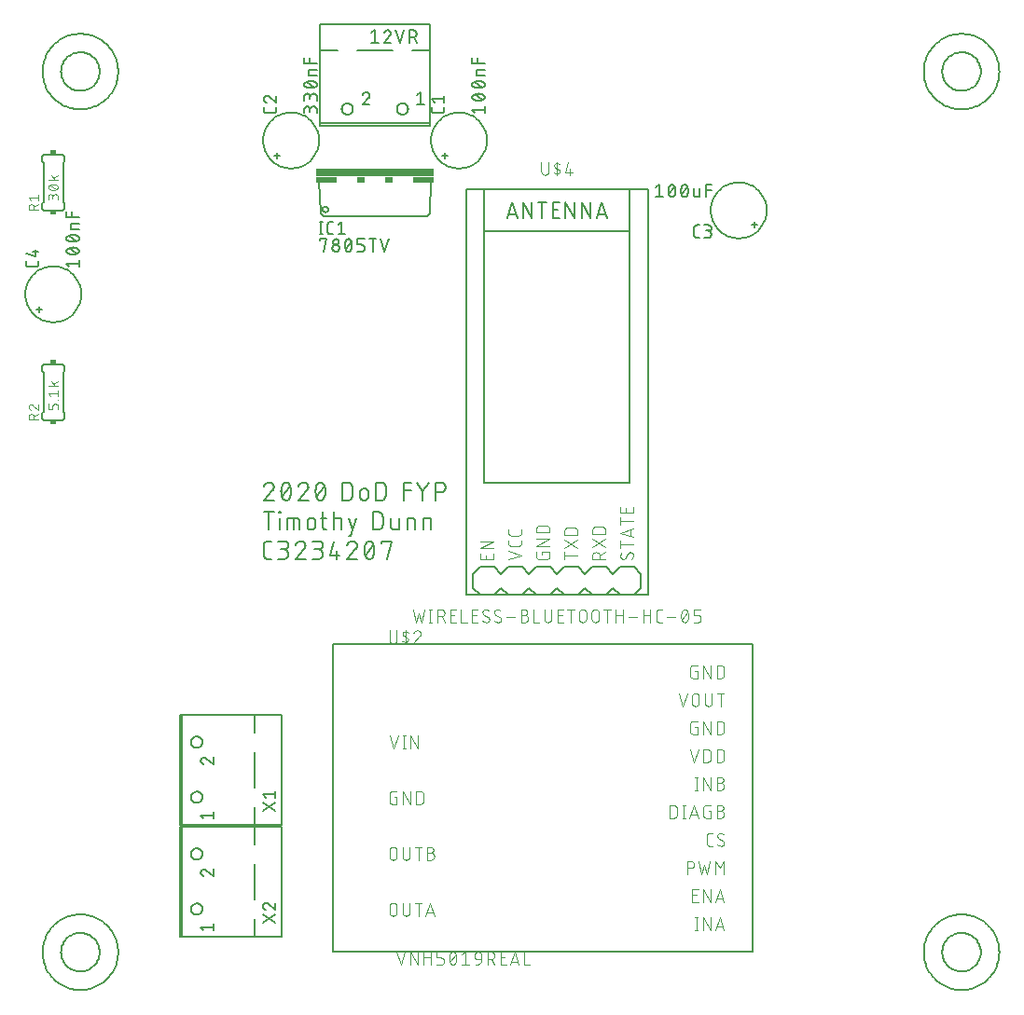
<source format=gbr>
G04 EAGLE Gerber RS-274X export*
G75*
%MOIN*%
%FSLAX34Y34*%
%LPD*%
%INSilkscreen Top*%
%IPPOS*%
%AMOC8*
5,1,8,0,0,1.08239X$1,22.5*%
G01*
%ADD10C,0.006000*%
%ADD11C,0.005000*%
%ADD12C,0.008000*%
%ADD13R,0.420000X0.030000*%
%ADD14R,0.075000X0.020000*%
%ADD15R,0.030000X0.020000*%
%ADD16R,0.020000X0.015000*%
%ADD17C,0.004000*%


D10*
X8886Y18610D02*
X8884Y18633D01*
X8880Y18655D01*
X8872Y18676D01*
X8861Y18697D01*
X8847Y18715D01*
X8831Y18731D01*
X8813Y18745D01*
X8792Y18756D01*
X8771Y18764D01*
X8749Y18768D01*
X8726Y18770D01*
X8700Y18768D01*
X8675Y18764D01*
X8650Y18756D01*
X8627Y18744D01*
X8605Y18731D01*
X8585Y18714D01*
X8567Y18695D01*
X8552Y18674D01*
X8540Y18652D01*
X8530Y18627D01*
X8833Y18485D02*
X8848Y18503D01*
X8862Y18522D01*
X8872Y18542D01*
X8880Y18564D01*
X8884Y18587D01*
X8886Y18610D01*
X8832Y18486D02*
X8530Y18130D01*
X8886Y18130D01*
X9146Y18450D02*
X9148Y18490D01*
X9152Y18529D01*
X9159Y18569D01*
X9170Y18607D01*
X9183Y18644D01*
X9199Y18681D01*
X9198Y18681D02*
X9206Y18700D01*
X9217Y18717D01*
X9231Y18732D01*
X9246Y18745D01*
X9264Y18756D01*
X9283Y18764D01*
X9303Y18768D01*
X9323Y18770D01*
X9343Y18768D01*
X9363Y18764D01*
X9382Y18756D01*
X9400Y18745D01*
X9415Y18732D01*
X9429Y18717D01*
X9440Y18700D01*
X9448Y18681D01*
X9464Y18644D01*
X9477Y18607D01*
X9488Y18569D01*
X9495Y18529D01*
X9499Y18490D01*
X9501Y18450D01*
X9146Y18450D02*
X9148Y18410D01*
X9152Y18371D01*
X9159Y18332D01*
X9170Y18293D01*
X9183Y18256D01*
X9199Y18219D01*
X9198Y18219D02*
X9206Y18200D01*
X9217Y18183D01*
X9231Y18168D01*
X9246Y18155D01*
X9264Y18144D01*
X9283Y18136D01*
X9303Y18132D01*
X9323Y18130D01*
X9448Y18219D02*
X9464Y18256D01*
X9477Y18293D01*
X9488Y18332D01*
X9495Y18371D01*
X9499Y18410D01*
X9501Y18450D01*
X9448Y18219D02*
X9440Y18200D01*
X9429Y18183D01*
X9415Y18168D01*
X9400Y18155D01*
X9382Y18144D01*
X9363Y18136D01*
X9343Y18132D01*
X9323Y18130D01*
X9181Y18272D02*
X9465Y18628D01*
X9956Y18770D02*
X9979Y18768D01*
X10001Y18764D01*
X10022Y18756D01*
X10043Y18745D01*
X10061Y18731D01*
X10077Y18715D01*
X10091Y18697D01*
X10102Y18676D01*
X10110Y18655D01*
X10114Y18633D01*
X10116Y18610D01*
X9956Y18770D02*
X9930Y18768D01*
X9905Y18764D01*
X9880Y18756D01*
X9857Y18744D01*
X9835Y18731D01*
X9815Y18714D01*
X9797Y18695D01*
X9782Y18674D01*
X9770Y18652D01*
X9760Y18627D01*
X10064Y18485D02*
X10079Y18503D01*
X10093Y18522D01*
X10103Y18542D01*
X10111Y18564D01*
X10115Y18587D01*
X10117Y18610D01*
X10063Y18486D02*
X9761Y18130D01*
X10116Y18130D01*
X10377Y18450D02*
X10379Y18490D01*
X10383Y18529D01*
X10390Y18569D01*
X10401Y18607D01*
X10414Y18644D01*
X10430Y18681D01*
X10429Y18681D02*
X10437Y18700D01*
X10448Y18717D01*
X10462Y18732D01*
X10477Y18745D01*
X10495Y18756D01*
X10514Y18764D01*
X10534Y18768D01*
X10554Y18770D01*
X10574Y18768D01*
X10594Y18764D01*
X10613Y18756D01*
X10631Y18745D01*
X10646Y18732D01*
X10660Y18717D01*
X10671Y18700D01*
X10679Y18681D01*
X10678Y18681D02*
X10694Y18644D01*
X10707Y18607D01*
X10718Y18569D01*
X10725Y18529D01*
X10729Y18490D01*
X10731Y18450D01*
X10377Y18450D02*
X10379Y18410D01*
X10383Y18371D01*
X10390Y18332D01*
X10401Y18293D01*
X10414Y18256D01*
X10430Y18219D01*
X10429Y18219D02*
X10437Y18200D01*
X10448Y18183D01*
X10462Y18168D01*
X10477Y18155D01*
X10495Y18144D01*
X10514Y18136D01*
X10534Y18132D01*
X10554Y18130D01*
X10678Y18219D02*
X10694Y18256D01*
X10707Y18293D01*
X10718Y18332D01*
X10725Y18371D01*
X10729Y18410D01*
X10731Y18450D01*
X10679Y18219D02*
X10671Y18200D01*
X10660Y18183D01*
X10646Y18168D01*
X10631Y18155D01*
X10613Y18144D01*
X10594Y18136D01*
X10574Y18132D01*
X10554Y18130D01*
X10412Y18272D02*
X10696Y18628D01*
X11340Y18770D02*
X11340Y18130D01*
X11340Y18770D02*
X11518Y18770D01*
X11543Y18768D01*
X11568Y18763D01*
X11592Y18754D01*
X11614Y18742D01*
X11635Y18727D01*
X11653Y18709D01*
X11668Y18688D01*
X11680Y18666D01*
X11689Y18642D01*
X11694Y18617D01*
X11696Y18592D01*
X11696Y18308D01*
X11694Y18283D01*
X11689Y18258D01*
X11680Y18234D01*
X11668Y18212D01*
X11653Y18191D01*
X11635Y18173D01*
X11614Y18158D01*
X11592Y18146D01*
X11568Y18137D01*
X11543Y18132D01*
X11518Y18130D01*
X11340Y18130D01*
X11971Y18272D02*
X11971Y18414D01*
X11973Y18436D01*
X11978Y18458D01*
X11986Y18478D01*
X11998Y18497D01*
X12013Y18514D01*
X12030Y18529D01*
X12049Y18541D01*
X12069Y18549D01*
X12091Y18554D01*
X12113Y18556D01*
X12135Y18554D01*
X12157Y18549D01*
X12177Y18541D01*
X12196Y18529D01*
X12213Y18514D01*
X12228Y18497D01*
X12240Y18478D01*
X12248Y18458D01*
X12253Y18436D01*
X12255Y18414D01*
X12255Y18272D01*
X12253Y18250D01*
X12248Y18228D01*
X12240Y18208D01*
X12228Y18189D01*
X12213Y18172D01*
X12196Y18157D01*
X12177Y18145D01*
X12157Y18137D01*
X12135Y18132D01*
X12113Y18130D01*
X12091Y18132D01*
X12069Y18137D01*
X12049Y18145D01*
X12030Y18157D01*
X12013Y18172D01*
X11998Y18189D01*
X11986Y18208D01*
X11978Y18228D01*
X11973Y18250D01*
X11971Y18272D01*
X12530Y18130D02*
X12530Y18770D01*
X12708Y18770D01*
X12733Y18768D01*
X12758Y18763D01*
X12782Y18754D01*
X12804Y18742D01*
X12825Y18727D01*
X12843Y18709D01*
X12858Y18688D01*
X12870Y18666D01*
X12879Y18642D01*
X12884Y18617D01*
X12886Y18592D01*
X12886Y18308D01*
X12884Y18283D01*
X12879Y18258D01*
X12870Y18234D01*
X12858Y18212D01*
X12843Y18191D01*
X12825Y18173D01*
X12804Y18158D01*
X12782Y18146D01*
X12758Y18137D01*
X12733Y18132D01*
X12708Y18130D01*
X12530Y18130D01*
X13516Y18130D02*
X13516Y18770D01*
X13800Y18770D01*
X13800Y18486D02*
X13516Y18486D01*
X13992Y18770D02*
X14205Y18468D01*
X14419Y18770D01*
X14205Y18468D02*
X14205Y18130D01*
X14672Y18130D02*
X14672Y18770D01*
X14850Y18770D01*
X14875Y18768D01*
X14900Y18763D01*
X14924Y18754D01*
X14946Y18742D01*
X14967Y18727D01*
X14985Y18709D01*
X15000Y18688D01*
X15012Y18666D01*
X15021Y18642D01*
X15026Y18617D01*
X15028Y18592D01*
X15026Y18567D01*
X15021Y18542D01*
X15012Y18518D01*
X15000Y18496D01*
X14985Y18475D01*
X14967Y18457D01*
X14946Y18442D01*
X14924Y18430D01*
X14900Y18421D01*
X14875Y18416D01*
X14850Y18414D01*
X14672Y18414D01*
X8708Y17720D02*
X8708Y17080D01*
X8530Y17720D02*
X8886Y17720D01*
X9098Y17507D02*
X9098Y17080D01*
X9080Y17684D02*
X9080Y17720D01*
X9115Y17720D01*
X9115Y17684D01*
X9080Y17684D01*
X9377Y17507D02*
X9377Y17080D01*
X9377Y17507D02*
X9697Y17507D01*
X9716Y17505D01*
X9734Y17501D01*
X9751Y17493D01*
X9766Y17482D01*
X9779Y17469D01*
X9790Y17454D01*
X9798Y17437D01*
X9802Y17419D01*
X9804Y17400D01*
X9803Y17400D02*
X9803Y17080D01*
X9590Y17080D02*
X9590Y17507D01*
X10084Y17364D02*
X10084Y17222D01*
X10084Y17364D02*
X10086Y17386D01*
X10091Y17408D01*
X10099Y17428D01*
X10111Y17447D01*
X10126Y17464D01*
X10143Y17479D01*
X10162Y17491D01*
X10182Y17499D01*
X10204Y17504D01*
X10226Y17506D01*
X10248Y17504D01*
X10270Y17499D01*
X10290Y17491D01*
X10309Y17479D01*
X10326Y17464D01*
X10341Y17447D01*
X10353Y17428D01*
X10361Y17408D01*
X10366Y17386D01*
X10368Y17364D01*
X10368Y17222D01*
X10366Y17200D01*
X10361Y17178D01*
X10353Y17158D01*
X10341Y17139D01*
X10326Y17122D01*
X10309Y17107D01*
X10290Y17095D01*
X10270Y17087D01*
X10248Y17082D01*
X10226Y17080D01*
X10204Y17082D01*
X10182Y17087D01*
X10162Y17095D01*
X10143Y17107D01*
X10126Y17122D01*
X10111Y17139D01*
X10099Y17158D01*
X10091Y17178D01*
X10086Y17200D01*
X10084Y17222D01*
X10566Y17507D02*
X10779Y17507D01*
X10637Y17720D02*
X10637Y17187D01*
X10639Y17168D01*
X10643Y17150D01*
X10651Y17134D01*
X10662Y17118D01*
X10675Y17105D01*
X10691Y17094D01*
X10707Y17086D01*
X10725Y17082D01*
X10744Y17080D01*
X10779Y17080D01*
X11027Y17080D02*
X11027Y17720D01*
X11027Y17507D02*
X11205Y17507D01*
X11224Y17505D01*
X11242Y17501D01*
X11258Y17493D01*
X11274Y17482D01*
X11287Y17469D01*
X11298Y17454D01*
X11306Y17437D01*
X11310Y17419D01*
X11312Y17400D01*
X11312Y17080D01*
X11561Y16867D02*
X11632Y16867D01*
X11845Y17507D01*
X11561Y17507D02*
X11703Y17080D01*
X12428Y17080D02*
X12428Y17720D01*
X12605Y17720D01*
X12630Y17718D01*
X12655Y17713D01*
X12679Y17704D01*
X12701Y17692D01*
X12722Y17677D01*
X12740Y17659D01*
X12755Y17638D01*
X12767Y17616D01*
X12776Y17592D01*
X12781Y17567D01*
X12783Y17542D01*
X12783Y17258D01*
X12781Y17233D01*
X12776Y17208D01*
X12767Y17184D01*
X12755Y17162D01*
X12740Y17141D01*
X12722Y17123D01*
X12701Y17108D01*
X12679Y17096D01*
X12655Y17087D01*
X12630Y17082D01*
X12605Y17080D01*
X12428Y17080D01*
X13079Y17187D02*
X13079Y17507D01*
X13078Y17187D02*
X13080Y17168D01*
X13084Y17150D01*
X13092Y17134D01*
X13103Y17118D01*
X13116Y17105D01*
X13132Y17094D01*
X13148Y17086D01*
X13166Y17082D01*
X13185Y17080D01*
X13363Y17080D01*
X13363Y17507D01*
X13653Y17507D02*
X13653Y17080D01*
X13653Y17507D02*
X13831Y17507D01*
X13850Y17505D01*
X13868Y17501D01*
X13884Y17493D01*
X13900Y17482D01*
X13913Y17469D01*
X13924Y17454D01*
X13932Y17437D01*
X13936Y17419D01*
X13938Y17400D01*
X13937Y17400D02*
X13937Y17080D01*
X14227Y17080D02*
X14227Y17507D01*
X14405Y17507D01*
X14424Y17505D01*
X14442Y17501D01*
X14458Y17493D01*
X14474Y17482D01*
X14487Y17469D01*
X14498Y17454D01*
X14506Y17437D01*
X14510Y17419D01*
X14512Y17400D01*
X14512Y17080D01*
X8814Y16030D02*
X8672Y16030D01*
X8650Y16032D01*
X8628Y16037D01*
X8608Y16045D01*
X8589Y16057D01*
X8572Y16072D01*
X8557Y16089D01*
X8545Y16108D01*
X8537Y16128D01*
X8532Y16150D01*
X8530Y16172D01*
X8530Y16528D01*
X8532Y16550D01*
X8537Y16572D01*
X8545Y16592D01*
X8557Y16611D01*
X8572Y16628D01*
X8589Y16643D01*
X8608Y16655D01*
X8628Y16663D01*
X8650Y16668D01*
X8672Y16670D01*
X8814Y16670D01*
X9044Y16030D02*
X9222Y16030D01*
X9247Y16032D01*
X9272Y16037D01*
X9296Y16046D01*
X9318Y16058D01*
X9339Y16073D01*
X9357Y16091D01*
X9372Y16112D01*
X9384Y16134D01*
X9393Y16158D01*
X9398Y16183D01*
X9400Y16208D01*
X9398Y16233D01*
X9393Y16258D01*
X9384Y16282D01*
X9372Y16304D01*
X9357Y16325D01*
X9339Y16343D01*
X9318Y16358D01*
X9296Y16370D01*
X9272Y16379D01*
X9247Y16384D01*
X9222Y16386D01*
X9258Y16670D02*
X9044Y16670D01*
X9258Y16670D02*
X9280Y16668D01*
X9302Y16663D01*
X9322Y16655D01*
X9341Y16643D01*
X9358Y16628D01*
X9373Y16611D01*
X9385Y16592D01*
X9393Y16572D01*
X9398Y16550D01*
X9400Y16528D01*
X9398Y16506D01*
X9393Y16484D01*
X9385Y16464D01*
X9373Y16445D01*
X9358Y16428D01*
X9341Y16413D01*
X9322Y16401D01*
X9302Y16393D01*
X9280Y16388D01*
X9258Y16386D01*
X9116Y16386D01*
X9855Y16670D02*
X9878Y16668D01*
X9900Y16664D01*
X9921Y16656D01*
X9942Y16645D01*
X9960Y16631D01*
X9976Y16615D01*
X9990Y16597D01*
X10001Y16576D01*
X10009Y16555D01*
X10013Y16533D01*
X10015Y16510D01*
X9855Y16670D02*
X9829Y16668D01*
X9804Y16664D01*
X9779Y16656D01*
X9756Y16644D01*
X9734Y16631D01*
X9714Y16614D01*
X9696Y16595D01*
X9681Y16574D01*
X9669Y16552D01*
X9659Y16527D01*
X9962Y16385D02*
X9977Y16403D01*
X9991Y16422D01*
X10001Y16442D01*
X10009Y16464D01*
X10013Y16487D01*
X10015Y16510D01*
X9962Y16386D02*
X9660Y16030D01*
X10015Y16030D01*
X10275Y16030D02*
X10453Y16030D01*
X10478Y16032D01*
X10503Y16037D01*
X10527Y16046D01*
X10549Y16058D01*
X10570Y16073D01*
X10588Y16091D01*
X10603Y16112D01*
X10615Y16134D01*
X10624Y16158D01*
X10629Y16183D01*
X10631Y16208D01*
X10629Y16233D01*
X10624Y16258D01*
X10615Y16282D01*
X10603Y16304D01*
X10588Y16325D01*
X10570Y16343D01*
X10549Y16358D01*
X10527Y16370D01*
X10503Y16379D01*
X10478Y16384D01*
X10453Y16386D01*
X10489Y16670D02*
X10275Y16670D01*
X10489Y16670D02*
X10511Y16668D01*
X10533Y16663D01*
X10553Y16655D01*
X10572Y16643D01*
X10589Y16628D01*
X10604Y16611D01*
X10616Y16592D01*
X10624Y16572D01*
X10629Y16550D01*
X10631Y16528D01*
X10629Y16506D01*
X10624Y16484D01*
X10616Y16464D01*
X10604Y16445D01*
X10589Y16428D01*
X10572Y16413D01*
X10553Y16401D01*
X10533Y16393D01*
X10511Y16388D01*
X10489Y16386D01*
X10346Y16386D01*
X10891Y16172D02*
X11033Y16670D01*
X10891Y16172D02*
X11246Y16172D01*
X11139Y16314D02*
X11139Y16030D01*
X11702Y16670D02*
X11725Y16668D01*
X11747Y16664D01*
X11768Y16656D01*
X11789Y16645D01*
X11807Y16631D01*
X11823Y16615D01*
X11837Y16597D01*
X11848Y16576D01*
X11856Y16555D01*
X11860Y16533D01*
X11862Y16510D01*
X11702Y16670D02*
X11676Y16668D01*
X11651Y16664D01*
X11626Y16656D01*
X11603Y16644D01*
X11581Y16631D01*
X11561Y16614D01*
X11543Y16595D01*
X11528Y16574D01*
X11516Y16552D01*
X11506Y16527D01*
X11809Y16385D02*
X11824Y16403D01*
X11838Y16422D01*
X11848Y16442D01*
X11856Y16464D01*
X11860Y16487D01*
X11862Y16510D01*
X11808Y16386D02*
X11506Y16030D01*
X11862Y16030D01*
X12122Y16350D02*
X12124Y16390D01*
X12128Y16429D01*
X12135Y16469D01*
X12146Y16507D01*
X12159Y16544D01*
X12175Y16581D01*
X12174Y16581D02*
X12182Y16600D01*
X12193Y16617D01*
X12207Y16632D01*
X12222Y16645D01*
X12240Y16656D01*
X12259Y16664D01*
X12279Y16668D01*
X12299Y16670D01*
X12319Y16668D01*
X12339Y16664D01*
X12358Y16656D01*
X12376Y16645D01*
X12391Y16632D01*
X12405Y16617D01*
X12416Y16600D01*
X12424Y16581D01*
X12440Y16544D01*
X12453Y16507D01*
X12464Y16469D01*
X12471Y16429D01*
X12475Y16390D01*
X12477Y16350D01*
X12122Y16350D02*
X12124Y16310D01*
X12128Y16271D01*
X12135Y16232D01*
X12146Y16193D01*
X12159Y16156D01*
X12175Y16119D01*
X12174Y16119D02*
X12182Y16100D01*
X12193Y16083D01*
X12207Y16068D01*
X12222Y16055D01*
X12240Y16044D01*
X12259Y16036D01*
X12279Y16032D01*
X12299Y16030D01*
X12424Y16119D02*
X12440Y16156D01*
X12453Y16193D01*
X12464Y16232D01*
X12471Y16271D01*
X12475Y16310D01*
X12477Y16350D01*
X12424Y16119D02*
X12416Y16100D01*
X12405Y16083D01*
X12391Y16068D01*
X12376Y16055D01*
X12358Y16044D01*
X12339Y16036D01*
X12319Y16032D01*
X12299Y16030D01*
X12157Y16172D02*
X12441Y16528D01*
X12737Y16599D02*
X12737Y16670D01*
X13092Y16670D01*
X12915Y16030D01*
X14464Y35150D02*
X10534Y35150D01*
X10534Y31610D02*
X10534Y31530D01*
X14464Y31530D01*
X14464Y34210D02*
X14464Y35150D01*
X14464Y34210D02*
X13834Y34210D01*
X13134Y34210D02*
X11864Y34210D01*
X11164Y34210D02*
X10534Y34210D01*
X14464Y34210D02*
X14464Y31610D01*
X10534Y34210D02*
X10534Y35150D01*
X10534Y31610D02*
X14464Y31610D01*
X14464Y31530D01*
X10534Y31610D02*
X10534Y34210D01*
X13284Y32130D02*
X13286Y32158D01*
X13292Y32185D01*
X13301Y32211D01*
X13314Y32236D01*
X13331Y32259D01*
X13350Y32279D01*
X13372Y32296D01*
X13396Y32310D01*
X13422Y32320D01*
X13449Y32327D01*
X13477Y32330D01*
X13505Y32329D01*
X13532Y32324D01*
X13559Y32315D01*
X13584Y32303D01*
X13607Y32288D01*
X13628Y32269D01*
X13646Y32248D01*
X13661Y32224D01*
X13672Y32198D01*
X13680Y32172D01*
X13684Y32144D01*
X13684Y32116D01*
X13680Y32088D01*
X13672Y32062D01*
X13661Y32036D01*
X13646Y32012D01*
X13628Y31991D01*
X13607Y31972D01*
X13584Y31957D01*
X13559Y31945D01*
X13532Y31936D01*
X13505Y31931D01*
X13477Y31930D01*
X13449Y31933D01*
X13422Y31940D01*
X13396Y31950D01*
X13372Y31964D01*
X13350Y31981D01*
X13331Y32001D01*
X13314Y32024D01*
X13301Y32049D01*
X13292Y32075D01*
X13286Y32102D01*
X13284Y32130D01*
X11314Y32130D02*
X11316Y32158D01*
X11322Y32185D01*
X11331Y32211D01*
X11344Y32236D01*
X11361Y32259D01*
X11380Y32279D01*
X11402Y32296D01*
X11426Y32310D01*
X11452Y32320D01*
X11479Y32327D01*
X11507Y32330D01*
X11535Y32329D01*
X11562Y32324D01*
X11589Y32315D01*
X11614Y32303D01*
X11637Y32288D01*
X11658Y32269D01*
X11676Y32248D01*
X11691Y32224D01*
X11702Y32198D01*
X11710Y32172D01*
X11714Y32144D01*
X11714Y32116D01*
X11710Y32088D01*
X11702Y32062D01*
X11691Y32036D01*
X11676Y32012D01*
X11658Y31991D01*
X11637Y31972D01*
X11614Y31957D01*
X11589Y31945D01*
X11562Y31936D01*
X11535Y31931D01*
X11507Y31930D01*
X11479Y31933D01*
X11452Y31940D01*
X11426Y31950D01*
X11402Y31964D01*
X11380Y31981D01*
X11361Y32001D01*
X11344Y32024D01*
X11331Y32049D01*
X11322Y32075D01*
X11316Y32102D01*
X11314Y32130D01*
D11*
X14009Y32625D02*
X14134Y32725D01*
X14134Y32275D01*
X14009Y32275D02*
X14259Y32275D01*
X12310Y32613D02*
X12308Y32633D01*
X12303Y32652D01*
X12295Y32670D01*
X12284Y32686D01*
X12270Y32700D01*
X12254Y32711D01*
X12236Y32719D01*
X12217Y32724D01*
X12197Y32726D01*
X12197Y32725D02*
X12174Y32723D01*
X12152Y32718D01*
X12131Y32709D01*
X12112Y32697D01*
X12094Y32682D01*
X12080Y32665D01*
X12068Y32646D01*
X12059Y32625D01*
X12271Y32525D02*
X12284Y32540D01*
X12295Y32556D01*
X12303Y32574D01*
X12307Y32593D01*
X12309Y32613D01*
X12272Y32525D02*
X12059Y32275D01*
X12309Y32275D01*
X12371Y34845D02*
X12496Y34945D01*
X12496Y34495D01*
X12371Y34495D02*
X12621Y34495D01*
X13071Y34833D02*
X13069Y34853D01*
X13064Y34872D01*
X13056Y34890D01*
X13045Y34906D01*
X13031Y34920D01*
X13015Y34931D01*
X12997Y34939D01*
X12978Y34944D01*
X12958Y34946D01*
X12958Y34945D02*
X12935Y34943D01*
X12913Y34938D01*
X12892Y34929D01*
X12873Y34917D01*
X12855Y34902D01*
X12841Y34885D01*
X12829Y34866D01*
X12820Y34845D01*
X13033Y34745D02*
X13046Y34760D01*
X13057Y34776D01*
X13065Y34794D01*
X13069Y34813D01*
X13071Y34833D01*
X13033Y34745D02*
X12821Y34495D01*
X13071Y34495D01*
X13396Y34495D02*
X13246Y34945D01*
X13546Y34945D02*
X13396Y34495D01*
X13739Y34495D02*
X13739Y34945D01*
X13864Y34945D01*
X13885Y34943D01*
X13905Y34938D01*
X13923Y34930D01*
X13941Y34919D01*
X13956Y34905D01*
X13969Y34888D01*
X13978Y34870D01*
X13985Y34851D01*
X13989Y34830D01*
X13989Y34810D01*
X13985Y34789D01*
X13978Y34770D01*
X13969Y34752D01*
X13956Y34735D01*
X13941Y34721D01*
X13923Y34710D01*
X13905Y34702D01*
X13885Y34697D01*
X13864Y34695D01*
X13739Y34695D01*
X13889Y34695D02*
X13989Y34495D01*
D10*
X15000Y30450D02*
X15000Y30350D01*
X15000Y30450D02*
X15100Y30450D01*
X15000Y30450D02*
X15000Y30550D01*
X15000Y30450D02*
X14900Y30450D01*
X14500Y31000D02*
X14502Y31063D01*
X14508Y31125D01*
X14518Y31187D01*
X14531Y31249D01*
X14549Y31309D01*
X14570Y31368D01*
X14595Y31426D01*
X14624Y31482D01*
X14656Y31536D01*
X14691Y31588D01*
X14729Y31637D01*
X14771Y31685D01*
X14815Y31729D01*
X14863Y31771D01*
X14912Y31809D01*
X14964Y31844D01*
X15018Y31876D01*
X15074Y31905D01*
X15132Y31930D01*
X15191Y31951D01*
X15251Y31969D01*
X15313Y31982D01*
X15375Y31992D01*
X15437Y31998D01*
X15500Y32000D01*
X15563Y31998D01*
X15625Y31992D01*
X15687Y31982D01*
X15749Y31969D01*
X15809Y31951D01*
X15868Y31930D01*
X15926Y31905D01*
X15982Y31876D01*
X16036Y31844D01*
X16088Y31809D01*
X16137Y31771D01*
X16185Y31729D01*
X16229Y31685D01*
X16271Y31637D01*
X16309Y31588D01*
X16344Y31536D01*
X16376Y31482D01*
X16405Y31426D01*
X16430Y31368D01*
X16451Y31309D01*
X16469Y31249D01*
X16482Y31187D01*
X16492Y31125D01*
X16498Y31063D01*
X16500Y31000D01*
X16498Y30937D01*
X16492Y30875D01*
X16482Y30813D01*
X16469Y30751D01*
X16451Y30691D01*
X16430Y30632D01*
X16405Y30574D01*
X16376Y30518D01*
X16344Y30464D01*
X16309Y30412D01*
X16271Y30363D01*
X16229Y30315D01*
X16185Y30271D01*
X16137Y30229D01*
X16088Y30191D01*
X16036Y30156D01*
X15982Y30124D01*
X15926Y30095D01*
X15868Y30070D01*
X15809Y30049D01*
X15749Y30031D01*
X15687Y30018D01*
X15625Y30008D01*
X15563Y30002D01*
X15500Y30000D01*
X15437Y30002D01*
X15375Y30008D01*
X15313Y30018D01*
X15251Y30031D01*
X15191Y30049D01*
X15132Y30070D01*
X15074Y30095D01*
X15018Y30124D01*
X14964Y30156D01*
X14912Y30191D01*
X14863Y30229D01*
X14815Y30271D01*
X14771Y30315D01*
X14729Y30363D01*
X14691Y30412D01*
X14656Y30464D01*
X14624Y30518D01*
X14595Y30574D01*
X14570Y30632D01*
X14549Y30691D01*
X14531Y30751D01*
X14518Y30813D01*
X14508Y30875D01*
X14502Y30937D01*
X14500Y31000D01*
D11*
X14975Y32075D02*
X14975Y32175D01*
X14975Y32075D02*
X14973Y32058D01*
X14969Y32041D01*
X14962Y32025D01*
X14952Y32011D01*
X14939Y31998D01*
X14925Y31988D01*
X14909Y31981D01*
X14892Y31977D01*
X14875Y31975D01*
X14625Y31975D01*
X14608Y31977D01*
X14591Y31981D01*
X14575Y31988D01*
X14561Y31998D01*
X14548Y32011D01*
X14538Y32025D01*
X14531Y32041D01*
X14527Y32058D01*
X14525Y32075D01*
X14525Y32175D01*
X14625Y32351D02*
X14525Y32476D01*
X14975Y32476D01*
X14975Y32351D02*
X14975Y32601D01*
X15975Y32100D02*
X16075Y31975D01*
X15975Y32100D02*
X16425Y32100D01*
X16425Y31975D02*
X16425Y32225D01*
X16200Y32425D02*
X16166Y32427D01*
X16133Y32431D01*
X16100Y32439D01*
X16068Y32449D01*
X16037Y32463D01*
X16038Y32462D02*
X16023Y32469D01*
X16009Y32478D01*
X15997Y32489D01*
X15988Y32503D01*
X15981Y32518D01*
X15976Y32534D01*
X15975Y32550D01*
X15976Y32566D01*
X15981Y32582D01*
X15988Y32597D01*
X15997Y32611D01*
X16009Y32622D01*
X16023Y32631D01*
X16038Y32638D01*
X16037Y32637D02*
X16068Y32651D01*
X16100Y32661D01*
X16133Y32669D01*
X16166Y32673D01*
X16200Y32675D01*
X16200Y32425D02*
X16234Y32427D01*
X16267Y32431D01*
X16300Y32439D01*
X16332Y32449D01*
X16363Y32463D01*
X16363Y32462D02*
X16378Y32469D01*
X16392Y32478D01*
X16404Y32489D01*
X16413Y32503D01*
X16420Y32518D01*
X16425Y32534D01*
X16426Y32550D01*
X16363Y32637D02*
X16332Y32651D01*
X16300Y32661D01*
X16267Y32669D01*
X16234Y32673D01*
X16200Y32675D01*
X16363Y32638D02*
X16378Y32631D01*
X16392Y32622D01*
X16404Y32611D01*
X16413Y32597D01*
X16420Y32582D01*
X16425Y32566D01*
X16426Y32550D01*
X16325Y32450D02*
X16075Y32650D01*
X16200Y32875D02*
X16166Y32877D01*
X16133Y32881D01*
X16100Y32889D01*
X16068Y32899D01*
X16037Y32913D01*
X16038Y32912D02*
X16023Y32919D01*
X16009Y32928D01*
X15997Y32939D01*
X15988Y32953D01*
X15981Y32968D01*
X15976Y32984D01*
X15975Y33000D01*
X15976Y33016D01*
X15981Y33032D01*
X15988Y33047D01*
X15997Y33061D01*
X16009Y33072D01*
X16023Y33081D01*
X16038Y33088D01*
X16037Y33087D02*
X16068Y33101D01*
X16100Y33111D01*
X16133Y33119D01*
X16166Y33123D01*
X16200Y33125D01*
X16200Y32875D02*
X16234Y32877D01*
X16267Y32881D01*
X16300Y32889D01*
X16332Y32899D01*
X16363Y32913D01*
X16363Y32912D02*
X16378Y32919D01*
X16392Y32928D01*
X16404Y32939D01*
X16413Y32953D01*
X16420Y32968D01*
X16425Y32984D01*
X16426Y33000D01*
X16363Y33087D02*
X16332Y33101D01*
X16300Y33111D01*
X16267Y33119D01*
X16234Y33123D01*
X16200Y33125D01*
X16363Y33088D02*
X16378Y33081D01*
X16392Y33072D01*
X16404Y33061D01*
X16413Y33047D01*
X16420Y33032D01*
X16425Y33016D01*
X16426Y33000D01*
X16325Y32900D02*
X16075Y33100D01*
X16125Y33335D02*
X16425Y33335D01*
X16125Y33335D02*
X16125Y33460D01*
X16126Y33475D01*
X16131Y33489D01*
X16138Y33502D01*
X16147Y33513D01*
X16158Y33522D01*
X16171Y33529D01*
X16185Y33534D01*
X16200Y33535D01*
X16425Y33535D01*
X16425Y33761D02*
X15975Y33761D01*
X15975Y33961D01*
X16175Y33961D02*
X16175Y33761D01*
D10*
X9000Y30450D02*
X9000Y30350D01*
X9000Y30450D02*
X9100Y30450D01*
X9000Y30450D02*
X9000Y30550D01*
X9000Y30450D02*
X8900Y30450D01*
X8500Y31000D02*
X8502Y31063D01*
X8508Y31125D01*
X8518Y31187D01*
X8531Y31249D01*
X8549Y31309D01*
X8570Y31368D01*
X8595Y31426D01*
X8624Y31482D01*
X8656Y31536D01*
X8691Y31588D01*
X8729Y31637D01*
X8771Y31685D01*
X8815Y31729D01*
X8863Y31771D01*
X8912Y31809D01*
X8964Y31844D01*
X9018Y31876D01*
X9074Y31905D01*
X9132Y31930D01*
X9191Y31951D01*
X9251Y31969D01*
X9313Y31982D01*
X9375Y31992D01*
X9437Y31998D01*
X9500Y32000D01*
X9563Y31998D01*
X9625Y31992D01*
X9687Y31982D01*
X9749Y31969D01*
X9809Y31951D01*
X9868Y31930D01*
X9926Y31905D01*
X9982Y31876D01*
X10036Y31844D01*
X10088Y31809D01*
X10137Y31771D01*
X10185Y31729D01*
X10229Y31685D01*
X10271Y31637D01*
X10309Y31588D01*
X10344Y31536D01*
X10376Y31482D01*
X10405Y31426D01*
X10430Y31368D01*
X10451Y31309D01*
X10469Y31249D01*
X10482Y31187D01*
X10492Y31125D01*
X10498Y31063D01*
X10500Y31000D01*
X10498Y30937D01*
X10492Y30875D01*
X10482Y30813D01*
X10469Y30751D01*
X10451Y30691D01*
X10430Y30632D01*
X10405Y30574D01*
X10376Y30518D01*
X10344Y30464D01*
X10309Y30412D01*
X10271Y30363D01*
X10229Y30315D01*
X10185Y30271D01*
X10137Y30229D01*
X10088Y30191D01*
X10036Y30156D01*
X9982Y30124D01*
X9926Y30095D01*
X9868Y30070D01*
X9809Y30049D01*
X9749Y30031D01*
X9687Y30018D01*
X9625Y30008D01*
X9563Y30002D01*
X9500Y30000D01*
X9437Y30002D01*
X9375Y30008D01*
X9313Y30018D01*
X9251Y30031D01*
X9191Y30049D01*
X9132Y30070D01*
X9074Y30095D01*
X9018Y30124D01*
X8964Y30156D01*
X8912Y30191D01*
X8863Y30229D01*
X8815Y30271D01*
X8771Y30315D01*
X8729Y30363D01*
X8691Y30412D01*
X8656Y30464D01*
X8624Y30518D01*
X8595Y30574D01*
X8570Y30632D01*
X8549Y30691D01*
X8531Y30751D01*
X8518Y30813D01*
X8508Y30875D01*
X8502Y30937D01*
X8500Y31000D01*
D11*
X8975Y32075D02*
X8975Y32175D01*
X8975Y32075D02*
X8973Y32058D01*
X8969Y32041D01*
X8962Y32025D01*
X8952Y32011D01*
X8939Y31998D01*
X8925Y31988D01*
X8909Y31981D01*
X8892Y31977D01*
X8875Y31975D01*
X8625Y31975D01*
X8608Y31977D01*
X8591Y31981D01*
X8575Y31988D01*
X8561Y31998D01*
X8548Y32011D01*
X8538Y32025D01*
X8531Y32041D01*
X8527Y32058D01*
X8525Y32075D01*
X8525Y32175D01*
X8525Y32489D02*
X8527Y32509D01*
X8532Y32528D01*
X8540Y32546D01*
X8551Y32562D01*
X8565Y32576D01*
X8582Y32587D01*
X8599Y32595D01*
X8618Y32600D01*
X8638Y32602D01*
X8525Y32489D02*
X8527Y32466D01*
X8532Y32444D01*
X8541Y32423D01*
X8553Y32404D01*
X8568Y32386D01*
X8585Y32372D01*
X8604Y32360D01*
X8625Y32351D01*
X8726Y32564D02*
X8711Y32577D01*
X8695Y32588D01*
X8677Y32596D01*
X8658Y32600D01*
X8638Y32602D01*
X8725Y32564D02*
X8975Y32351D01*
X8975Y32601D01*
X10425Y32100D02*
X10425Y31975D01*
X10425Y32100D02*
X10423Y32121D01*
X10418Y32141D01*
X10410Y32159D01*
X10399Y32177D01*
X10385Y32192D01*
X10368Y32205D01*
X10350Y32214D01*
X10331Y32221D01*
X10310Y32225D01*
X10290Y32225D01*
X10269Y32221D01*
X10250Y32214D01*
X10232Y32205D01*
X10215Y32192D01*
X10201Y32177D01*
X10190Y32159D01*
X10182Y32141D01*
X10177Y32121D01*
X10175Y32100D01*
X9975Y32125D02*
X9975Y31975D01*
X9975Y32125D02*
X9977Y32143D01*
X9982Y32161D01*
X9990Y32178D01*
X10001Y32192D01*
X10015Y32205D01*
X10030Y32215D01*
X10048Y32221D01*
X10066Y32225D01*
X10084Y32225D01*
X10102Y32221D01*
X10120Y32215D01*
X10135Y32205D01*
X10149Y32192D01*
X10160Y32178D01*
X10168Y32161D01*
X10173Y32143D01*
X10175Y32125D01*
X10175Y32025D01*
X10425Y32425D02*
X10425Y32550D01*
X10423Y32571D01*
X10418Y32591D01*
X10410Y32609D01*
X10399Y32627D01*
X10385Y32642D01*
X10368Y32655D01*
X10350Y32664D01*
X10331Y32671D01*
X10310Y32675D01*
X10290Y32675D01*
X10269Y32671D01*
X10250Y32664D01*
X10232Y32655D01*
X10215Y32642D01*
X10201Y32627D01*
X10190Y32609D01*
X10182Y32591D01*
X10177Y32571D01*
X10175Y32550D01*
X9975Y32575D02*
X9975Y32425D01*
X9975Y32575D02*
X9977Y32593D01*
X9982Y32611D01*
X9990Y32628D01*
X10001Y32642D01*
X10015Y32655D01*
X10030Y32665D01*
X10048Y32671D01*
X10066Y32675D01*
X10084Y32675D01*
X10102Y32671D01*
X10120Y32665D01*
X10135Y32655D01*
X10149Y32642D01*
X10160Y32628D01*
X10168Y32611D01*
X10173Y32593D01*
X10175Y32575D01*
X10175Y32475D01*
X10200Y32875D02*
X10166Y32877D01*
X10133Y32881D01*
X10100Y32889D01*
X10068Y32899D01*
X10037Y32913D01*
X10038Y32912D02*
X10023Y32919D01*
X10009Y32928D01*
X9997Y32939D01*
X9988Y32953D01*
X9981Y32968D01*
X9976Y32984D01*
X9975Y33000D01*
X9976Y33016D01*
X9981Y33032D01*
X9988Y33047D01*
X9997Y33061D01*
X10009Y33072D01*
X10023Y33081D01*
X10038Y33088D01*
X10037Y33087D02*
X10068Y33101D01*
X10100Y33111D01*
X10133Y33119D01*
X10166Y33123D01*
X10200Y33125D01*
X10200Y32875D02*
X10234Y32877D01*
X10267Y32881D01*
X10300Y32889D01*
X10332Y32899D01*
X10363Y32913D01*
X10363Y32912D02*
X10378Y32919D01*
X10392Y32928D01*
X10404Y32939D01*
X10413Y32953D01*
X10420Y32968D01*
X10425Y32984D01*
X10426Y33000D01*
X10363Y33087D02*
X10332Y33101D01*
X10300Y33111D01*
X10267Y33119D01*
X10234Y33123D01*
X10200Y33125D01*
X10363Y33088D02*
X10378Y33081D01*
X10392Y33072D01*
X10404Y33061D01*
X10413Y33047D01*
X10420Y33032D01*
X10425Y33016D01*
X10426Y33000D01*
X10325Y32900D02*
X10075Y33100D01*
X10125Y33335D02*
X10425Y33335D01*
X10125Y33335D02*
X10125Y33460D01*
X10126Y33475D01*
X10131Y33489D01*
X10138Y33502D01*
X10147Y33513D01*
X10158Y33522D01*
X10171Y33529D01*
X10185Y33534D01*
X10200Y33535D01*
X10425Y33535D01*
X10425Y33761D02*
X9975Y33761D01*
X9975Y33961D01*
X10175Y33961D02*
X10175Y33761D01*
D10*
X26050Y28000D02*
X26150Y28000D01*
X26050Y28000D02*
X26050Y28100D01*
X26050Y28000D02*
X25950Y28000D01*
X26050Y28000D02*
X26050Y27900D01*
X24500Y28500D02*
X24502Y28563D01*
X24508Y28625D01*
X24518Y28687D01*
X24531Y28749D01*
X24549Y28809D01*
X24570Y28868D01*
X24595Y28926D01*
X24624Y28982D01*
X24656Y29036D01*
X24691Y29088D01*
X24729Y29137D01*
X24771Y29185D01*
X24815Y29229D01*
X24863Y29271D01*
X24912Y29309D01*
X24964Y29344D01*
X25018Y29376D01*
X25074Y29405D01*
X25132Y29430D01*
X25191Y29451D01*
X25251Y29469D01*
X25313Y29482D01*
X25375Y29492D01*
X25437Y29498D01*
X25500Y29500D01*
X25563Y29498D01*
X25625Y29492D01*
X25687Y29482D01*
X25749Y29469D01*
X25809Y29451D01*
X25868Y29430D01*
X25926Y29405D01*
X25982Y29376D01*
X26036Y29344D01*
X26088Y29309D01*
X26137Y29271D01*
X26185Y29229D01*
X26229Y29185D01*
X26271Y29137D01*
X26309Y29088D01*
X26344Y29036D01*
X26376Y28982D01*
X26405Y28926D01*
X26430Y28868D01*
X26451Y28809D01*
X26469Y28749D01*
X26482Y28687D01*
X26492Y28625D01*
X26498Y28563D01*
X26500Y28500D01*
X26498Y28437D01*
X26492Y28375D01*
X26482Y28313D01*
X26469Y28251D01*
X26451Y28191D01*
X26430Y28132D01*
X26405Y28074D01*
X26376Y28018D01*
X26344Y27964D01*
X26309Y27912D01*
X26271Y27863D01*
X26229Y27815D01*
X26185Y27771D01*
X26137Y27729D01*
X26088Y27691D01*
X26036Y27656D01*
X25982Y27624D01*
X25926Y27595D01*
X25868Y27570D01*
X25809Y27549D01*
X25749Y27531D01*
X25687Y27518D01*
X25625Y27508D01*
X25563Y27502D01*
X25500Y27500D01*
X25437Y27502D01*
X25375Y27508D01*
X25313Y27518D01*
X25251Y27531D01*
X25191Y27549D01*
X25132Y27570D01*
X25074Y27595D01*
X25018Y27624D01*
X24964Y27656D01*
X24912Y27691D01*
X24863Y27729D01*
X24815Y27771D01*
X24771Y27815D01*
X24729Y27863D01*
X24691Y27912D01*
X24656Y27964D01*
X24624Y28018D01*
X24595Y28074D01*
X24570Y28132D01*
X24549Y28191D01*
X24531Y28251D01*
X24518Y28313D01*
X24508Y28375D01*
X24502Y28437D01*
X24500Y28500D01*
D11*
X24099Y27525D02*
X23999Y27525D01*
X23982Y27527D01*
X23965Y27531D01*
X23949Y27538D01*
X23935Y27548D01*
X23922Y27561D01*
X23912Y27575D01*
X23905Y27591D01*
X23901Y27608D01*
X23899Y27625D01*
X23899Y27875D01*
X23901Y27892D01*
X23905Y27909D01*
X23912Y27925D01*
X23922Y27939D01*
X23935Y27952D01*
X23949Y27962D01*
X23965Y27969D01*
X23982Y27973D01*
X23999Y27975D01*
X24099Y27975D01*
X24275Y27525D02*
X24400Y27525D01*
X24421Y27527D01*
X24441Y27532D01*
X24459Y27540D01*
X24477Y27551D01*
X24492Y27565D01*
X24505Y27582D01*
X24514Y27600D01*
X24521Y27619D01*
X24525Y27640D01*
X24525Y27660D01*
X24521Y27681D01*
X24514Y27700D01*
X24505Y27718D01*
X24492Y27735D01*
X24477Y27749D01*
X24459Y27760D01*
X24441Y27768D01*
X24421Y27773D01*
X24400Y27775D01*
X24425Y27975D02*
X24275Y27975D01*
X24425Y27975D02*
X24443Y27973D01*
X24461Y27968D01*
X24478Y27960D01*
X24492Y27949D01*
X24505Y27935D01*
X24515Y27920D01*
X24521Y27902D01*
X24525Y27884D01*
X24525Y27866D01*
X24521Y27848D01*
X24515Y27830D01*
X24505Y27815D01*
X24492Y27801D01*
X24478Y27790D01*
X24461Y27782D01*
X24443Y27777D01*
X24425Y27775D01*
X24325Y27775D01*
X22664Y29425D02*
X22539Y29325D01*
X22664Y29425D02*
X22664Y28975D01*
X22539Y28975D02*
X22789Y28975D01*
X22989Y29200D02*
X22991Y29234D01*
X22995Y29267D01*
X23003Y29300D01*
X23013Y29332D01*
X23027Y29363D01*
X23026Y29363D02*
X23033Y29378D01*
X23042Y29392D01*
X23053Y29404D01*
X23067Y29413D01*
X23082Y29420D01*
X23098Y29425D01*
X23114Y29426D01*
X23130Y29425D01*
X23146Y29420D01*
X23161Y29413D01*
X23175Y29404D01*
X23186Y29392D01*
X23195Y29378D01*
X23202Y29363D01*
X23201Y29363D02*
X23215Y29332D01*
X23225Y29300D01*
X23233Y29267D01*
X23237Y29234D01*
X23239Y29200D01*
X22989Y29200D02*
X22991Y29166D01*
X22995Y29133D01*
X23003Y29100D01*
X23013Y29068D01*
X23027Y29037D01*
X23026Y29038D02*
X23033Y29023D01*
X23042Y29009D01*
X23053Y28997D01*
X23067Y28988D01*
X23082Y28981D01*
X23098Y28976D01*
X23114Y28975D01*
X23201Y29037D02*
X23215Y29068D01*
X23225Y29100D01*
X23233Y29133D01*
X23237Y29166D01*
X23239Y29200D01*
X23202Y29038D02*
X23195Y29023D01*
X23186Y29009D01*
X23175Y28997D01*
X23161Y28988D01*
X23146Y28981D01*
X23130Y28976D01*
X23114Y28975D01*
X23014Y29075D02*
X23214Y29325D01*
X23439Y29200D02*
X23441Y29234D01*
X23445Y29267D01*
X23453Y29300D01*
X23463Y29332D01*
X23477Y29363D01*
X23476Y29363D02*
X23483Y29378D01*
X23492Y29392D01*
X23503Y29404D01*
X23517Y29413D01*
X23532Y29420D01*
X23548Y29425D01*
X23564Y29426D01*
X23580Y29425D01*
X23596Y29420D01*
X23611Y29413D01*
X23625Y29404D01*
X23636Y29392D01*
X23645Y29378D01*
X23652Y29363D01*
X23651Y29363D02*
X23665Y29332D01*
X23675Y29300D01*
X23683Y29267D01*
X23687Y29234D01*
X23689Y29200D01*
X23439Y29200D02*
X23441Y29166D01*
X23445Y29133D01*
X23453Y29100D01*
X23463Y29068D01*
X23477Y29037D01*
X23476Y29038D02*
X23483Y29023D01*
X23492Y29009D01*
X23503Y28997D01*
X23517Y28988D01*
X23532Y28981D01*
X23548Y28976D01*
X23564Y28975D01*
X23651Y29037D02*
X23665Y29068D01*
X23675Y29100D01*
X23683Y29133D01*
X23687Y29166D01*
X23689Y29200D01*
X23652Y29038D02*
X23645Y29023D01*
X23636Y29009D01*
X23625Y28997D01*
X23611Y28988D01*
X23596Y28981D01*
X23580Y28976D01*
X23564Y28975D01*
X23464Y29075D02*
X23664Y29325D01*
X23899Y29275D02*
X23899Y29050D01*
X23900Y29035D01*
X23905Y29021D01*
X23912Y29008D01*
X23921Y28997D01*
X23932Y28988D01*
X23945Y28981D01*
X23959Y28976D01*
X23974Y28975D01*
X24099Y28975D01*
X24099Y29275D01*
X24325Y29425D02*
X24325Y28975D01*
X24325Y29425D02*
X24525Y29425D01*
X24525Y29225D02*
X24325Y29225D01*
D10*
X500Y24950D02*
X500Y24850D01*
X500Y24950D02*
X600Y24950D01*
X500Y24950D02*
X500Y25050D01*
X500Y24950D02*
X400Y24950D01*
X0Y25500D02*
X2Y25563D01*
X8Y25625D01*
X18Y25687D01*
X31Y25749D01*
X49Y25809D01*
X70Y25868D01*
X95Y25926D01*
X124Y25982D01*
X156Y26036D01*
X191Y26088D01*
X229Y26137D01*
X271Y26185D01*
X315Y26229D01*
X363Y26271D01*
X412Y26309D01*
X464Y26344D01*
X518Y26376D01*
X574Y26405D01*
X632Y26430D01*
X691Y26451D01*
X751Y26469D01*
X813Y26482D01*
X875Y26492D01*
X937Y26498D01*
X1000Y26500D01*
X1063Y26498D01*
X1125Y26492D01*
X1187Y26482D01*
X1249Y26469D01*
X1309Y26451D01*
X1368Y26430D01*
X1426Y26405D01*
X1482Y26376D01*
X1536Y26344D01*
X1588Y26309D01*
X1637Y26271D01*
X1685Y26229D01*
X1729Y26185D01*
X1771Y26137D01*
X1809Y26088D01*
X1844Y26036D01*
X1876Y25982D01*
X1905Y25926D01*
X1930Y25868D01*
X1951Y25809D01*
X1969Y25749D01*
X1982Y25687D01*
X1992Y25625D01*
X1998Y25563D01*
X2000Y25500D01*
X1998Y25437D01*
X1992Y25375D01*
X1982Y25313D01*
X1969Y25251D01*
X1951Y25191D01*
X1930Y25132D01*
X1905Y25074D01*
X1876Y25018D01*
X1844Y24964D01*
X1809Y24912D01*
X1771Y24863D01*
X1729Y24815D01*
X1685Y24771D01*
X1637Y24729D01*
X1588Y24691D01*
X1536Y24656D01*
X1482Y24624D01*
X1426Y24595D01*
X1368Y24570D01*
X1309Y24549D01*
X1249Y24531D01*
X1187Y24518D01*
X1125Y24508D01*
X1063Y24502D01*
X1000Y24500D01*
X937Y24502D01*
X875Y24508D01*
X813Y24518D01*
X751Y24531D01*
X691Y24549D01*
X632Y24570D01*
X574Y24595D01*
X518Y24624D01*
X464Y24656D01*
X412Y24691D01*
X363Y24729D01*
X315Y24771D01*
X271Y24815D01*
X229Y24863D01*
X191Y24912D01*
X156Y24964D01*
X124Y25018D01*
X95Y25074D01*
X70Y25132D01*
X49Y25191D01*
X31Y25251D01*
X18Y25313D01*
X8Y25375D01*
X2Y25437D01*
X0Y25500D01*
D11*
X475Y26575D02*
X475Y26675D01*
X475Y26575D02*
X473Y26558D01*
X469Y26541D01*
X462Y26525D01*
X452Y26511D01*
X439Y26498D01*
X425Y26488D01*
X409Y26481D01*
X392Y26477D01*
X375Y26475D01*
X125Y26475D01*
X108Y26477D01*
X91Y26481D01*
X75Y26488D01*
X61Y26498D01*
X48Y26511D01*
X38Y26525D01*
X31Y26541D01*
X27Y26558D01*
X25Y26575D01*
X25Y26675D01*
X25Y26951D02*
X375Y26851D01*
X375Y27101D01*
X275Y27026D02*
X475Y27026D01*
X1475Y26600D02*
X1575Y26475D01*
X1475Y26600D02*
X1925Y26600D01*
X1925Y26475D02*
X1925Y26725D01*
X1700Y26925D02*
X1666Y26927D01*
X1633Y26931D01*
X1600Y26939D01*
X1568Y26949D01*
X1537Y26963D01*
X1538Y26962D02*
X1523Y26969D01*
X1509Y26978D01*
X1497Y26989D01*
X1488Y27003D01*
X1481Y27018D01*
X1476Y27034D01*
X1475Y27050D01*
X1476Y27066D01*
X1481Y27082D01*
X1488Y27097D01*
X1497Y27111D01*
X1509Y27122D01*
X1523Y27131D01*
X1538Y27138D01*
X1537Y27137D02*
X1568Y27151D01*
X1600Y27161D01*
X1633Y27169D01*
X1666Y27173D01*
X1700Y27175D01*
X1700Y26925D02*
X1734Y26927D01*
X1767Y26931D01*
X1800Y26939D01*
X1832Y26949D01*
X1863Y26963D01*
X1863Y26962D02*
X1878Y26969D01*
X1892Y26978D01*
X1904Y26989D01*
X1913Y27003D01*
X1920Y27018D01*
X1925Y27034D01*
X1926Y27050D01*
X1863Y27137D02*
X1832Y27151D01*
X1800Y27161D01*
X1767Y27169D01*
X1734Y27173D01*
X1700Y27175D01*
X1863Y27138D02*
X1878Y27131D01*
X1892Y27122D01*
X1904Y27111D01*
X1913Y27097D01*
X1920Y27082D01*
X1925Y27066D01*
X1926Y27050D01*
X1825Y26950D02*
X1575Y27150D01*
X1700Y27375D02*
X1666Y27377D01*
X1633Y27381D01*
X1600Y27389D01*
X1568Y27399D01*
X1537Y27413D01*
X1538Y27412D02*
X1523Y27419D01*
X1509Y27428D01*
X1497Y27439D01*
X1488Y27453D01*
X1481Y27468D01*
X1476Y27484D01*
X1475Y27500D01*
X1476Y27516D01*
X1481Y27532D01*
X1488Y27547D01*
X1497Y27561D01*
X1509Y27572D01*
X1523Y27581D01*
X1538Y27588D01*
X1537Y27587D02*
X1568Y27601D01*
X1600Y27611D01*
X1633Y27619D01*
X1666Y27623D01*
X1700Y27625D01*
X1700Y27375D02*
X1734Y27377D01*
X1767Y27381D01*
X1800Y27389D01*
X1832Y27399D01*
X1863Y27413D01*
X1863Y27412D02*
X1878Y27419D01*
X1892Y27428D01*
X1904Y27439D01*
X1913Y27453D01*
X1920Y27468D01*
X1925Y27484D01*
X1926Y27500D01*
X1863Y27587D02*
X1832Y27601D01*
X1800Y27611D01*
X1767Y27619D01*
X1734Y27623D01*
X1700Y27625D01*
X1863Y27588D02*
X1878Y27581D01*
X1892Y27572D01*
X1904Y27561D01*
X1913Y27547D01*
X1920Y27532D01*
X1925Y27516D01*
X1926Y27500D01*
X1825Y27400D02*
X1575Y27600D01*
X1625Y27835D02*
X1925Y27835D01*
X1625Y27835D02*
X1625Y27960D01*
X1626Y27975D01*
X1631Y27989D01*
X1638Y28002D01*
X1647Y28013D01*
X1658Y28022D01*
X1671Y28029D01*
X1685Y28034D01*
X1700Y28035D01*
X1925Y28035D01*
X1925Y28261D02*
X1475Y28261D01*
X1475Y28461D01*
X1675Y28461D02*
X1675Y28261D01*
D10*
X619Y1969D02*
X621Y2042D01*
X627Y2115D01*
X637Y2187D01*
X651Y2259D01*
X668Y2330D01*
X690Y2400D01*
X715Y2469D01*
X744Y2536D01*
X776Y2601D01*
X812Y2665D01*
X852Y2727D01*
X894Y2786D01*
X940Y2843D01*
X989Y2897D01*
X1041Y2949D01*
X1095Y2998D01*
X1152Y3044D01*
X1211Y3086D01*
X1273Y3126D01*
X1337Y3162D01*
X1402Y3194D01*
X1469Y3223D01*
X1538Y3248D01*
X1608Y3270D01*
X1679Y3287D01*
X1751Y3301D01*
X1823Y3311D01*
X1896Y3317D01*
X1969Y3319D01*
X2042Y3317D01*
X2115Y3311D01*
X2187Y3301D01*
X2259Y3287D01*
X2330Y3270D01*
X2400Y3248D01*
X2469Y3223D01*
X2536Y3194D01*
X2601Y3162D01*
X2665Y3126D01*
X2727Y3086D01*
X2786Y3044D01*
X2843Y2998D01*
X2897Y2949D01*
X2949Y2897D01*
X2998Y2843D01*
X3044Y2786D01*
X3086Y2727D01*
X3126Y2665D01*
X3162Y2601D01*
X3194Y2536D01*
X3223Y2469D01*
X3248Y2400D01*
X3270Y2330D01*
X3287Y2259D01*
X3301Y2187D01*
X3311Y2115D01*
X3317Y2042D01*
X3319Y1969D01*
X3317Y1896D01*
X3311Y1823D01*
X3301Y1751D01*
X3287Y1679D01*
X3270Y1608D01*
X3248Y1538D01*
X3223Y1469D01*
X3194Y1402D01*
X3162Y1337D01*
X3126Y1273D01*
X3086Y1211D01*
X3044Y1152D01*
X2998Y1095D01*
X2949Y1041D01*
X2897Y989D01*
X2843Y940D01*
X2786Y894D01*
X2727Y852D01*
X2665Y812D01*
X2601Y776D01*
X2536Y744D01*
X2469Y715D01*
X2400Y690D01*
X2330Y668D01*
X2259Y651D01*
X2187Y637D01*
X2115Y627D01*
X2042Y621D01*
X1969Y619D01*
X1896Y621D01*
X1823Y627D01*
X1751Y637D01*
X1679Y651D01*
X1608Y668D01*
X1538Y690D01*
X1469Y715D01*
X1402Y744D01*
X1337Y776D01*
X1273Y812D01*
X1211Y852D01*
X1152Y894D01*
X1095Y940D01*
X1041Y989D01*
X989Y1041D01*
X940Y1095D01*
X894Y1152D01*
X852Y1211D01*
X812Y1273D01*
X776Y1337D01*
X744Y1402D01*
X715Y1469D01*
X690Y1538D01*
X668Y1608D01*
X651Y1679D01*
X637Y1751D01*
X627Y1823D01*
X621Y1896D01*
X619Y1969D01*
D12*
X1280Y1969D02*
X1282Y2021D01*
X1288Y2073D01*
X1298Y2124D01*
X1311Y2174D01*
X1329Y2224D01*
X1350Y2271D01*
X1374Y2317D01*
X1403Y2361D01*
X1434Y2403D01*
X1468Y2442D01*
X1505Y2479D01*
X1545Y2512D01*
X1588Y2543D01*
X1632Y2570D01*
X1678Y2594D01*
X1727Y2614D01*
X1776Y2630D01*
X1827Y2643D01*
X1878Y2652D01*
X1930Y2657D01*
X1982Y2658D01*
X2034Y2655D01*
X2086Y2648D01*
X2137Y2637D01*
X2187Y2623D01*
X2236Y2604D01*
X2283Y2582D01*
X2328Y2557D01*
X2372Y2528D01*
X2413Y2496D01*
X2452Y2461D01*
X2487Y2423D01*
X2520Y2382D01*
X2550Y2340D01*
X2576Y2295D01*
X2599Y2248D01*
X2618Y2199D01*
X2634Y2149D01*
X2646Y2099D01*
X2654Y2047D01*
X2658Y1995D01*
X2658Y1943D01*
X2654Y1891D01*
X2646Y1839D01*
X2634Y1789D01*
X2618Y1739D01*
X2599Y1690D01*
X2576Y1643D01*
X2550Y1598D01*
X2520Y1556D01*
X2487Y1515D01*
X2452Y1477D01*
X2413Y1442D01*
X2372Y1410D01*
X2328Y1381D01*
X2283Y1356D01*
X2236Y1334D01*
X2187Y1315D01*
X2137Y1301D01*
X2086Y1290D01*
X2034Y1283D01*
X1982Y1280D01*
X1930Y1281D01*
X1878Y1286D01*
X1827Y1295D01*
X1776Y1308D01*
X1727Y1324D01*
X1678Y1344D01*
X1632Y1368D01*
X1588Y1395D01*
X1545Y1426D01*
X1505Y1459D01*
X1468Y1496D01*
X1434Y1535D01*
X1403Y1577D01*
X1374Y1621D01*
X1350Y1667D01*
X1329Y1714D01*
X1311Y1764D01*
X1298Y1814D01*
X1288Y1865D01*
X1282Y1917D01*
X1280Y1969D01*
D10*
X32115Y33465D02*
X32117Y33538D01*
X32123Y33611D01*
X32133Y33683D01*
X32147Y33755D01*
X32164Y33826D01*
X32186Y33896D01*
X32211Y33965D01*
X32240Y34032D01*
X32272Y34097D01*
X32308Y34161D01*
X32348Y34223D01*
X32390Y34282D01*
X32436Y34339D01*
X32485Y34393D01*
X32537Y34445D01*
X32591Y34494D01*
X32648Y34540D01*
X32707Y34582D01*
X32769Y34622D01*
X32833Y34658D01*
X32898Y34690D01*
X32965Y34719D01*
X33034Y34744D01*
X33104Y34766D01*
X33175Y34783D01*
X33247Y34797D01*
X33319Y34807D01*
X33392Y34813D01*
X33465Y34815D01*
X33538Y34813D01*
X33611Y34807D01*
X33683Y34797D01*
X33755Y34783D01*
X33826Y34766D01*
X33896Y34744D01*
X33965Y34719D01*
X34032Y34690D01*
X34097Y34658D01*
X34161Y34622D01*
X34223Y34582D01*
X34282Y34540D01*
X34339Y34494D01*
X34393Y34445D01*
X34445Y34393D01*
X34494Y34339D01*
X34540Y34282D01*
X34582Y34223D01*
X34622Y34161D01*
X34658Y34097D01*
X34690Y34032D01*
X34719Y33965D01*
X34744Y33896D01*
X34766Y33826D01*
X34783Y33755D01*
X34797Y33683D01*
X34807Y33611D01*
X34813Y33538D01*
X34815Y33465D01*
X34813Y33392D01*
X34807Y33319D01*
X34797Y33247D01*
X34783Y33175D01*
X34766Y33104D01*
X34744Y33034D01*
X34719Y32965D01*
X34690Y32898D01*
X34658Y32833D01*
X34622Y32769D01*
X34582Y32707D01*
X34540Y32648D01*
X34494Y32591D01*
X34445Y32537D01*
X34393Y32485D01*
X34339Y32436D01*
X34282Y32390D01*
X34223Y32348D01*
X34161Y32308D01*
X34097Y32272D01*
X34032Y32240D01*
X33965Y32211D01*
X33896Y32186D01*
X33826Y32164D01*
X33755Y32147D01*
X33683Y32133D01*
X33611Y32123D01*
X33538Y32117D01*
X33465Y32115D01*
X33392Y32117D01*
X33319Y32123D01*
X33247Y32133D01*
X33175Y32147D01*
X33104Y32164D01*
X33034Y32186D01*
X32965Y32211D01*
X32898Y32240D01*
X32833Y32272D01*
X32769Y32308D01*
X32707Y32348D01*
X32648Y32390D01*
X32591Y32436D01*
X32537Y32485D01*
X32485Y32537D01*
X32436Y32591D01*
X32390Y32648D01*
X32348Y32707D01*
X32308Y32769D01*
X32272Y32833D01*
X32240Y32898D01*
X32211Y32965D01*
X32186Y33034D01*
X32164Y33104D01*
X32147Y33175D01*
X32133Y33247D01*
X32123Y33319D01*
X32117Y33392D01*
X32115Y33465D01*
D12*
X32776Y33465D02*
X32778Y33517D01*
X32784Y33569D01*
X32794Y33620D01*
X32807Y33670D01*
X32825Y33720D01*
X32846Y33767D01*
X32870Y33813D01*
X32899Y33857D01*
X32930Y33899D01*
X32964Y33938D01*
X33001Y33975D01*
X33041Y34008D01*
X33084Y34039D01*
X33128Y34066D01*
X33174Y34090D01*
X33223Y34110D01*
X33272Y34126D01*
X33323Y34139D01*
X33374Y34148D01*
X33426Y34153D01*
X33478Y34154D01*
X33530Y34151D01*
X33582Y34144D01*
X33633Y34133D01*
X33683Y34119D01*
X33732Y34100D01*
X33779Y34078D01*
X33824Y34053D01*
X33868Y34024D01*
X33909Y33992D01*
X33948Y33957D01*
X33983Y33919D01*
X34016Y33878D01*
X34046Y33836D01*
X34072Y33791D01*
X34095Y33744D01*
X34114Y33695D01*
X34130Y33645D01*
X34142Y33595D01*
X34150Y33543D01*
X34154Y33491D01*
X34154Y33439D01*
X34150Y33387D01*
X34142Y33335D01*
X34130Y33285D01*
X34114Y33235D01*
X34095Y33186D01*
X34072Y33139D01*
X34046Y33094D01*
X34016Y33052D01*
X33983Y33011D01*
X33948Y32973D01*
X33909Y32938D01*
X33868Y32906D01*
X33824Y32877D01*
X33779Y32852D01*
X33732Y32830D01*
X33683Y32811D01*
X33633Y32797D01*
X33582Y32786D01*
X33530Y32779D01*
X33478Y32776D01*
X33426Y32777D01*
X33374Y32782D01*
X33323Y32791D01*
X33272Y32804D01*
X33223Y32820D01*
X33174Y32840D01*
X33128Y32864D01*
X33084Y32891D01*
X33041Y32922D01*
X33001Y32955D01*
X32964Y32992D01*
X32930Y33031D01*
X32899Y33073D01*
X32870Y33117D01*
X32846Y33163D01*
X32825Y33210D01*
X32807Y33260D01*
X32794Y33310D01*
X32784Y33361D01*
X32778Y33413D01*
X32776Y33465D01*
D10*
X32115Y1969D02*
X32117Y2042D01*
X32123Y2115D01*
X32133Y2187D01*
X32147Y2259D01*
X32164Y2330D01*
X32186Y2400D01*
X32211Y2469D01*
X32240Y2536D01*
X32272Y2601D01*
X32308Y2665D01*
X32348Y2727D01*
X32390Y2786D01*
X32436Y2843D01*
X32485Y2897D01*
X32537Y2949D01*
X32591Y2998D01*
X32648Y3044D01*
X32707Y3086D01*
X32769Y3126D01*
X32833Y3162D01*
X32898Y3194D01*
X32965Y3223D01*
X33034Y3248D01*
X33104Y3270D01*
X33175Y3287D01*
X33247Y3301D01*
X33319Y3311D01*
X33392Y3317D01*
X33465Y3319D01*
X33538Y3317D01*
X33611Y3311D01*
X33683Y3301D01*
X33755Y3287D01*
X33826Y3270D01*
X33896Y3248D01*
X33965Y3223D01*
X34032Y3194D01*
X34097Y3162D01*
X34161Y3126D01*
X34223Y3086D01*
X34282Y3044D01*
X34339Y2998D01*
X34393Y2949D01*
X34445Y2897D01*
X34494Y2843D01*
X34540Y2786D01*
X34582Y2727D01*
X34622Y2665D01*
X34658Y2601D01*
X34690Y2536D01*
X34719Y2469D01*
X34744Y2400D01*
X34766Y2330D01*
X34783Y2259D01*
X34797Y2187D01*
X34807Y2115D01*
X34813Y2042D01*
X34815Y1969D01*
X34813Y1896D01*
X34807Y1823D01*
X34797Y1751D01*
X34783Y1679D01*
X34766Y1608D01*
X34744Y1538D01*
X34719Y1469D01*
X34690Y1402D01*
X34658Y1337D01*
X34622Y1273D01*
X34582Y1211D01*
X34540Y1152D01*
X34494Y1095D01*
X34445Y1041D01*
X34393Y989D01*
X34339Y940D01*
X34282Y894D01*
X34223Y852D01*
X34161Y812D01*
X34097Y776D01*
X34032Y744D01*
X33965Y715D01*
X33896Y690D01*
X33826Y668D01*
X33755Y651D01*
X33683Y637D01*
X33611Y627D01*
X33538Y621D01*
X33465Y619D01*
X33392Y621D01*
X33319Y627D01*
X33247Y637D01*
X33175Y651D01*
X33104Y668D01*
X33034Y690D01*
X32965Y715D01*
X32898Y744D01*
X32833Y776D01*
X32769Y812D01*
X32707Y852D01*
X32648Y894D01*
X32591Y940D01*
X32537Y989D01*
X32485Y1041D01*
X32436Y1095D01*
X32390Y1152D01*
X32348Y1211D01*
X32308Y1273D01*
X32272Y1337D01*
X32240Y1402D01*
X32211Y1469D01*
X32186Y1538D01*
X32164Y1608D01*
X32147Y1679D01*
X32133Y1751D01*
X32123Y1823D01*
X32117Y1896D01*
X32115Y1969D01*
D12*
X32776Y1969D02*
X32778Y2021D01*
X32784Y2073D01*
X32794Y2124D01*
X32807Y2174D01*
X32825Y2224D01*
X32846Y2271D01*
X32870Y2317D01*
X32899Y2361D01*
X32930Y2403D01*
X32964Y2442D01*
X33001Y2479D01*
X33041Y2512D01*
X33084Y2543D01*
X33128Y2570D01*
X33174Y2594D01*
X33223Y2614D01*
X33272Y2630D01*
X33323Y2643D01*
X33374Y2652D01*
X33426Y2657D01*
X33478Y2658D01*
X33530Y2655D01*
X33582Y2648D01*
X33633Y2637D01*
X33683Y2623D01*
X33732Y2604D01*
X33779Y2582D01*
X33824Y2557D01*
X33868Y2528D01*
X33909Y2496D01*
X33948Y2461D01*
X33983Y2423D01*
X34016Y2382D01*
X34046Y2340D01*
X34072Y2295D01*
X34095Y2248D01*
X34114Y2199D01*
X34130Y2149D01*
X34142Y2099D01*
X34150Y2047D01*
X34154Y1995D01*
X34154Y1943D01*
X34150Y1891D01*
X34142Y1839D01*
X34130Y1789D01*
X34114Y1739D01*
X34095Y1690D01*
X34072Y1643D01*
X34046Y1598D01*
X34016Y1556D01*
X33983Y1515D01*
X33948Y1477D01*
X33909Y1442D01*
X33868Y1410D01*
X33824Y1381D01*
X33779Y1356D01*
X33732Y1334D01*
X33683Y1315D01*
X33633Y1301D01*
X33582Y1290D01*
X33530Y1283D01*
X33478Y1280D01*
X33426Y1281D01*
X33374Y1286D01*
X33323Y1295D01*
X33272Y1308D01*
X33223Y1324D01*
X33174Y1344D01*
X33128Y1368D01*
X33084Y1395D01*
X33041Y1426D01*
X33001Y1459D01*
X32964Y1496D01*
X32930Y1535D01*
X32899Y1577D01*
X32870Y1621D01*
X32846Y1667D01*
X32825Y1714D01*
X32807Y1764D01*
X32794Y1814D01*
X32784Y1865D01*
X32778Y1917D01*
X32776Y1969D01*
D10*
X619Y33465D02*
X621Y33538D01*
X627Y33611D01*
X637Y33683D01*
X651Y33755D01*
X668Y33826D01*
X690Y33896D01*
X715Y33965D01*
X744Y34032D01*
X776Y34097D01*
X812Y34161D01*
X852Y34223D01*
X894Y34282D01*
X940Y34339D01*
X989Y34393D01*
X1041Y34445D01*
X1095Y34494D01*
X1152Y34540D01*
X1211Y34582D01*
X1273Y34622D01*
X1337Y34658D01*
X1402Y34690D01*
X1469Y34719D01*
X1538Y34744D01*
X1608Y34766D01*
X1679Y34783D01*
X1751Y34797D01*
X1823Y34807D01*
X1896Y34813D01*
X1969Y34815D01*
X2042Y34813D01*
X2115Y34807D01*
X2187Y34797D01*
X2259Y34783D01*
X2330Y34766D01*
X2400Y34744D01*
X2469Y34719D01*
X2536Y34690D01*
X2601Y34658D01*
X2665Y34622D01*
X2727Y34582D01*
X2786Y34540D01*
X2843Y34494D01*
X2897Y34445D01*
X2949Y34393D01*
X2998Y34339D01*
X3044Y34282D01*
X3086Y34223D01*
X3126Y34161D01*
X3162Y34097D01*
X3194Y34032D01*
X3223Y33965D01*
X3248Y33896D01*
X3270Y33826D01*
X3287Y33755D01*
X3301Y33683D01*
X3311Y33611D01*
X3317Y33538D01*
X3319Y33465D01*
X3317Y33392D01*
X3311Y33319D01*
X3301Y33247D01*
X3287Y33175D01*
X3270Y33104D01*
X3248Y33034D01*
X3223Y32965D01*
X3194Y32898D01*
X3162Y32833D01*
X3126Y32769D01*
X3086Y32707D01*
X3044Y32648D01*
X2998Y32591D01*
X2949Y32537D01*
X2897Y32485D01*
X2843Y32436D01*
X2786Y32390D01*
X2727Y32348D01*
X2665Y32308D01*
X2601Y32272D01*
X2536Y32240D01*
X2469Y32211D01*
X2400Y32186D01*
X2330Y32164D01*
X2259Y32147D01*
X2187Y32133D01*
X2115Y32123D01*
X2042Y32117D01*
X1969Y32115D01*
X1896Y32117D01*
X1823Y32123D01*
X1751Y32133D01*
X1679Y32147D01*
X1608Y32164D01*
X1538Y32186D01*
X1469Y32211D01*
X1402Y32240D01*
X1337Y32272D01*
X1273Y32308D01*
X1211Y32348D01*
X1152Y32390D01*
X1095Y32436D01*
X1041Y32485D01*
X989Y32537D01*
X940Y32591D01*
X894Y32648D01*
X852Y32707D01*
X812Y32769D01*
X776Y32833D01*
X744Y32898D01*
X715Y32965D01*
X690Y33034D01*
X668Y33104D01*
X651Y33175D01*
X637Y33247D01*
X627Y33319D01*
X621Y33392D01*
X619Y33465D01*
D12*
X1280Y33465D02*
X1282Y33517D01*
X1288Y33569D01*
X1298Y33620D01*
X1311Y33670D01*
X1329Y33720D01*
X1350Y33767D01*
X1374Y33813D01*
X1403Y33857D01*
X1434Y33899D01*
X1468Y33938D01*
X1505Y33975D01*
X1545Y34008D01*
X1588Y34039D01*
X1632Y34066D01*
X1678Y34090D01*
X1727Y34110D01*
X1776Y34126D01*
X1827Y34139D01*
X1878Y34148D01*
X1930Y34153D01*
X1982Y34154D01*
X2034Y34151D01*
X2086Y34144D01*
X2137Y34133D01*
X2187Y34119D01*
X2236Y34100D01*
X2283Y34078D01*
X2328Y34053D01*
X2372Y34024D01*
X2413Y33992D01*
X2452Y33957D01*
X2487Y33919D01*
X2520Y33878D01*
X2550Y33836D01*
X2576Y33791D01*
X2599Y33744D01*
X2618Y33695D01*
X2634Y33645D01*
X2646Y33595D01*
X2654Y33543D01*
X2658Y33491D01*
X2658Y33439D01*
X2654Y33387D01*
X2646Y33335D01*
X2634Y33285D01*
X2618Y33235D01*
X2599Y33186D01*
X2576Y33139D01*
X2550Y33094D01*
X2520Y33052D01*
X2487Y33011D01*
X2452Y32973D01*
X2413Y32938D01*
X2372Y32906D01*
X2328Y32877D01*
X2283Y32852D01*
X2236Y32830D01*
X2187Y32811D01*
X2137Y32797D01*
X2086Y32786D01*
X2034Y32779D01*
X1982Y32776D01*
X1930Y32777D01*
X1878Y32782D01*
X1827Y32791D01*
X1776Y32804D01*
X1727Y32820D01*
X1678Y32840D01*
X1632Y32864D01*
X1588Y32891D01*
X1545Y32922D01*
X1505Y32955D01*
X1468Y32992D01*
X1434Y33031D01*
X1403Y33073D01*
X1374Y33117D01*
X1350Y33163D01*
X1329Y33210D01*
X1311Y33260D01*
X1298Y33310D01*
X1288Y33361D01*
X1282Y33413D01*
X1280Y33465D01*
D11*
X14500Y29550D02*
X14450Y28400D01*
X14350Y28300D01*
X10650Y28300D01*
X10550Y28400D01*
X10500Y29550D01*
X10630Y28540D02*
X10632Y28560D01*
X10638Y28578D01*
X10647Y28596D01*
X10659Y28611D01*
X10674Y28623D01*
X10692Y28632D01*
X10710Y28638D01*
X10730Y28640D01*
X10750Y28638D01*
X10768Y28632D01*
X10786Y28623D01*
X10801Y28611D01*
X10813Y28596D01*
X10822Y28578D01*
X10828Y28560D01*
X10830Y28540D01*
X10828Y28520D01*
X10822Y28502D01*
X10813Y28484D01*
X10801Y28469D01*
X10786Y28457D01*
X10768Y28448D01*
X10750Y28442D01*
X10730Y28440D01*
X10710Y28442D01*
X10692Y28448D01*
X10674Y28457D01*
X10659Y28469D01*
X10647Y28484D01*
X10638Y28502D01*
X10632Y28520D01*
X10630Y28540D01*
D13*
X12500Y29850D03*
D14*
X10775Y29600D03*
D15*
X12000Y29600D03*
X13000Y29600D03*
D14*
X14225Y29600D03*
D11*
X10575Y28095D02*
X10575Y27645D01*
X10525Y27645D02*
X10625Y27645D01*
X10625Y28095D02*
X10525Y28095D01*
X10909Y27645D02*
X11009Y27645D01*
X10909Y27645D02*
X10892Y27647D01*
X10875Y27651D01*
X10859Y27658D01*
X10845Y27668D01*
X10832Y27681D01*
X10822Y27695D01*
X10815Y27711D01*
X10811Y27728D01*
X10809Y27745D01*
X10809Y27995D01*
X10811Y28012D01*
X10815Y28029D01*
X10822Y28045D01*
X10832Y28059D01*
X10845Y28072D01*
X10859Y28082D01*
X10875Y28089D01*
X10892Y28093D01*
X10909Y28095D01*
X11009Y28095D01*
X11185Y27995D02*
X11310Y28095D01*
X11310Y27645D01*
X11185Y27645D02*
X11435Y27645D01*
X10525Y27475D02*
X10525Y27425D01*
X10525Y27475D02*
X10775Y27475D01*
X10650Y27025D01*
X10975Y27150D02*
X10977Y27171D01*
X10982Y27191D01*
X10990Y27209D01*
X11001Y27227D01*
X11015Y27242D01*
X11032Y27255D01*
X11050Y27264D01*
X11069Y27271D01*
X11090Y27275D01*
X11110Y27275D01*
X11131Y27271D01*
X11150Y27264D01*
X11168Y27255D01*
X11185Y27242D01*
X11199Y27227D01*
X11210Y27209D01*
X11218Y27191D01*
X11223Y27171D01*
X11225Y27150D01*
X11223Y27129D01*
X11218Y27109D01*
X11210Y27091D01*
X11199Y27073D01*
X11185Y27058D01*
X11168Y27045D01*
X11150Y27036D01*
X11131Y27029D01*
X11110Y27025D01*
X11090Y27025D01*
X11069Y27029D01*
X11050Y27036D01*
X11032Y27045D01*
X11015Y27058D01*
X11001Y27073D01*
X10990Y27091D01*
X10982Y27109D01*
X10977Y27129D01*
X10975Y27150D01*
X11000Y27375D02*
X11002Y27393D01*
X11007Y27411D01*
X11015Y27428D01*
X11026Y27442D01*
X11040Y27455D01*
X11055Y27465D01*
X11073Y27471D01*
X11091Y27475D01*
X11109Y27475D01*
X11127Y27471D01*
X11145Y27465D01*
X11160Y27455D01*
X11174Y27442D01*
X11185Y27428D01*
X11193Y27411D01*
X11198Y27393D01*
X11200Y27375D01*
X11198Y27357D01*
X11193Y27339D01*
X11185Y27322D01*
X11174Y27308D01*
X11160Y27295D01*
X11145Y27285D01*
X11127Y27279D01*
X11109Y27275D01*
X11091Y27275D01*
X11073Y27279D01*
X11055Y27285D01*
X11040Y27295D01*
X11026Y27308D01*
X11015Y27322D01*
X11007Y27339D01*
X11002Y27357D01*
X11000Y27375D01*
X11425Y27250D02*
X11427Y27284D01*
X11431Y27317D01*
X11439Y27350D01*
X11449Y27382D01*
X11463Y27413D01*
X11462Y27413D02*
X11469Y27428D01*
X11478Y27442D01*
X11489Y27454D01*
X11503Y27463D01*
X11518Y27470D01*
X11534Y27475D01*
X11550Y27476D01*
X11566Y27475D01*
X11582Y27470D01*
X11597Y27463D01*
X11611Y27454D01*
X11622Y27442D01*
X11631Y27428D01*
X11638Y27413D01*
X11637Y27413D02*
X11651Y27382D01*
X11661Y27350D01*
X11669Y27317D01*
X11673Y27284D01*
X11675Y27250D01*
X11425Y27250D02*
X11427Y27216D01*
X11431Y27183D01*
X11439Y27150D01*
X11449Y27118D01*
X11463Y27087D01*
X11462Y27088D02*
X11469Y27073D01*
X11478Y27059D01*
X11489Y27047D01*
X11503Y27038D01*
X11518Y27031D01*
X11534Y27026D01*
X11550Y27025D01*
X11637Y27087D02*
X11651Y27118D01*
X11661Y27150D01*
X11669Y27183D01*
X11673Y27216D01*
X11675Y27250D01*
X11638Y27088D02*
X11631Y27073D01*
X11622Y27059D01*
X11611Y27047D01*
X11597Y27038D01*
X11582Y27031D01*
X11566Y27026D01*
X11550Y27025D01*
X11450Y27125D02*
X11650Y27375D01*
X11875Y27025D02*
X12025Y27025D01*
X12042Y27027D01*
X12059Y27031D01*
X12075Y27038D01*
X12089Y27048D01*
X12102Y27061D01*
X12112Y27075D01*
X12119Y27091D01*
X12123Y27108D01*
X12125Y27125D01*
X12125Y27175D01*
X12123Y27192D01*
X12119Y27209D01*
X12112Y27225D01*
X12102Y27239D01*
X12089Y27252D01*
X12075Y27262D01*
X12059Y27269D01*
X12042Y27273D01*
X12025Y27275D01*
X11875Y27275D01*
X11875Y27475D01*
X12125Y27475D01*
X12420Y27475D02*
X12420Y27025D01*
X12295Y27475D02*
X12545Y27475D01*
X12690Y27475D02*
X12840Y27025D01*
X12990Y27475D01*
D10*
X700Y28500D02*
X683Y28502D01*
X666Y28506D01*
X650Y28513D01*
X636Y28523D01*
X623Y28536D01*
X613Y28550D01*
X606Y28566D01*
X602Y28583D01*
X600Y28600D01*
X1300Y28500D02*
X1317Y28502D01*
X1334Y28506D01*
X1350Y28513D01*
X1364Y28523D01*
X1377Y28536D01*
X1387Y28550D01*
X1394Y28566D01*
X1398Y28583D01*
X1400Y28600D01*
X1400Y30400D02*
X1398Y30417D01*
X1394Y30434D01*
X1387Y30450D01*
X1377Y30464D01*
X1364Y30477D01*
X1350Y30487D01*
X1334Y30494D01*
X1317Y30498D01*
X1300Y30500D01*
X700Y30500D02*
X683Y30498D01*
X666Y30494D01*
X650Y30487D01*
X636Y30477D01*
X623Y30464D01*
X613Y30450D01*
X606Y30434D01*
X602Y30417D01*
X600Y30400D01*
X700Y28500D02*
X1300Y28500D01*
X600Y28600D02*
X600Y28750D01*
X650Y28800D01*
X1400Y28750D02*
X1400Y28600D01*
X1400Y28750D02*
X1350Y28800D01*
X650Y30200D02*
X600Y30250D01*
X650Y30200D02*
X650Y28800D01*
X1350Y30200D02*
X1400Y30250D01*
X1350Y30200D02*
X1350Y28800D01*
X600Y30250D02*
X600Y30400D01*
X1400Y30400D02*
X1400Y30250D01*
X1300Y30500D02*
X700Y30500D01*
D16*
X1000Y30575D03*
X1000Y28425D03*
D17*
X470Y28520D02*
X120Y28520D01*
X120Y28617D01*
X122Y28635D01*
X127Y28652D01*
X135Y28668D01*
X145Y28682D01*
X159Y28694D01*
X174Y28704D01*
X190Y28710D01*
X208Y28714D01*
X226Y28714D01*
X244Y28710D01*
X260Y28704D01*
X275Y28694D01*
X289Y28682D01*
X299Y28668D01*
X307Y28652D01*
X312Y28635D01*
X314Y28617D01*
X314Y28520D01*
X314Y28637D02*
X470Y28714D01*
X198Y28868D02*
X120Y28966D01*
X470Y28966D01*
X470Y29063D02*
X470Y28868D01*
X1170Y28880D02*
X1170Y28977D01*
X1168Y28995D01*
X1163Y29012D01*
X1155Y29028D01*
X1145Y29042D01*
X1131Y29054D01*
X1116Y29064D01*
X1100Y29070D01*
X1082Y29074D01*
X1064Y29074D01*
X1046Y29070D01*
X1030Y29064D01*
X1015Y29054D01*
X1001Y29042D01*
X991Y29028D01*
X983Y29012D01*
X978Y28995D01*
X976Y28977D01*
X820Y28997D02*
X820Y28880D01*
X820Y28997D02*
X822Y29013D01*
X827Y29029D01*
X835Y29043D01*
X846Y29055D01*
X859Y29065D01*
X874Y29071D01*
X890Y29075D01*
X906Y29075D01*
X922Y29071D01*
X937Y29065D01*
X950Y29055D01*
X961Y29043D01*
X969Y29029D01*
X974Y29013D01*
X976Y28997D01*
X976Y28919D01*
X995Y29231D02*
X962Y29233D01*
X930Y29238D01*
X899Y29248D01*
X869Y29260D01*
X855Y29266D01*
X843Y29275D01*
X833Y29286D01*
X826Y29299D01*
X822Y29313D01*
X820Y29328D01*
X822Y29343D01*
X826Y29357D01*
X833Y29370D01*
X843Y29381D01*
X855Y29390D01*
X869Y29396D01*
X899Y29408D01*
X930Y29418D01*
X962Y29423D01*
X995Y29425D01*
X995Y29231D02*
X1028Y29233D01*
X1060Y29238D01*
X1091Y29248D01*
X1121Y29260D01*
X1135Y29266D01*
X1147Y29275D01*
X1157Y29286D01*
X1164Y29299D01*
X1168Y29313D01*
X1170Y29328D01*
X1121Y29396D02*
X1091Y29408D01*
X1060Y29418D01*
X1028Y29423D01*
X995Y29425D01*
X1121Y29396D02*
X1135Y29390D01*
X1147Y29381D01*
X1157Y29370D01*
X1164Y29357D01*
X1168Y29343D01*
X1170Y29328D01*
X1092Y29250D02*
X898Y29406D01*
X820Y29594D02*
X1170Y29594D01*
X1053Y29594D02*
X937Y29750D01*
X1005Y29663D02*
X1170Y29750D01*
D10*
X600Y21100D02*
X602Y21083D01*
X606Y21066D01*
X613Y21050D01*
X623Y21036D01*
X636Y21023D01*
X650Y21013D01*
X666Y21006D01*
X683Y21002D01*
X700Y21000D01*
X1300Y21000D02*
X1317Y21002D01*
X1334Y21006D01*
X1350Y21013D01*
X1364Y21023D01*
X1377Y21036D01*
X1387Y21050D01*
X1394Y21066D01*
X1398Y21083D01*
X1400Y21100D01*
X1400Y22900D02*
X1398Y22917D01*
X1394Y22934D01*
X1387Y22950D01*
X1377Y22964D01*
X1364Y22977D01*
X1350Y22987D01*
X1334Y22994D01*
X1317Y22998D01*
X1300Y23000D01*
X700Y23000D02*
X683Y22998D01*
X666Y22994D01*
X650Y22987D01*
X636Y22977D01*
X623Y22964D01*
X613Y22950D01*
X606Y22934D01*
X602Y22917D01*
X600Y22900D01*
X700Y21000D02*
X1300Y21000D01*
X600Y21100D02*
X600Y21250D01*
X650Y21300D01*
X1400Y21250D02*
X1400Y21100D01*
X1400Y21250D02*
X1350Y21300D01*
X650Y22700D02*
X600Y22750D01*
X650Y22700D02*
X650Y21300D01*
X1350Y22700D02*
X1400Y22750D01*
X1350Y22700D02*
X1350Y21300D01*
X600Y22750D02*
X600Y22900D01*
X1400Y22900D02*
X1400Y22750D01*
X1300Y23000D02*
X700Y23000D01*
D16*
X1000Y23075D03*
X1000Y20925D03*
D17*
X470Y21020D02*
X120Y21020D01*
X120Y21117D01*
X122Y21135D01*
X127Y21152D01*
X135Y21168D01*
X145Y21182D01*
X159Y21194D01*
X174Y21204D01*
X190Y21210D01*
X208Y21214D01*
X226Y21214D01*
X244Y21210D01*
X260Y21204D01*
X275Y21194D01*
X289Y21182D01*
X299Y21168D01*
X307Y21152D01*
X312Y21135D01*
X314Y21117D01*
X314Y21020D01*
X314Y21137D02*
X470Y21214D01*
X208Y21563D02*
X191Y21561D01*
X174Y21556D01*
X159Y21548D01*
X146Y21537D01*
X135Y21524D01*
X127Y21509D01*
X122Y21492D01*
X120Y21475D01*
X122Y21455D01*
X127Y21436D01*
X136Y21418D01*
X148Y21401D01*
X162Y21387D01*
X179Y21376D01*
X197Y21368D01*
X276Y21534D02*
X262Y21546D01*
X245Y21555D01*
X227Y21561D01*
X208Y21563D01*
X276Y21534D02*
X470Y21368D01*
X470Y21563D01*
X1170Y21497D02*
X1170Y21380D01*
X1170Y21497D02*
X1168Y21514D01*
X1162Y21531D01*
X1153Y21546D01*
X1141Y21558D01*
X1126Y21567D01*
X1109Y21573D01*
X1092Y21575D01*
X1092Y21574D02*
X1053Y21574D01*
X1053Y21575D02*
X1038Y21574D01*
X1023Y21569D01*
X1010Y21562D01*
X998Y21552D01*
X988Y21540D01*
X981Y21527D01*
X976Y21512D01*
X975Y21497D01*
X976Y21497D02*
X976Y21380D01*
X820Y21380D01*
X820Y21574D01*
X1151Y21713D02*
X1170Y21713D01*
X1151Y21713D02*
X1151Y21733D01*
X1170Y21733D01*
X1170Y21713D01*
X898Y21871D02*
X820Y21969D01*
X1170Y21969D01*
X1170Y22066D02*
X1170Y21871D01*
X1170Y22235D02*
X820Y22235D01*
X937Y22390D02*
X1053Y22235D01*
X1005Y22303D02*
X1170Y22390D01*
D11*
X26000Y13000D02*
X26000Y2000D01*
X26000Y13000D02*
X11000Y13000D01*
X11000Y2000D01*
X26000Y2000D01*
D17*
X13173Y9270D02*
X13020Y9730D01*
X13327Y9730D02*
X13173Y9270D01*
X13533Y9270D02*
X13533Y9730D01*
X13482Y9270D02*
X13584Y9270D01*
X13584Y9730D02*
X13482Y9730D01*
X13781Y9730D02*
X13781Y9270D01*
X14036Y9270D02*
X13781Y9730D01*
X14036Y9730D02*
X14036Y9270D01*
X13276Y7526D02*
X13199Y7526D01*
X13276Y7526D02*
X13276Y7270D01*
X13122Y7270D01*
X13104Y7272D01*
X13087Y7276D01*
X13071Y7284D01*
X13056Y7294D01*
X13044Y7306D01*
X13034Y7321D01*
X13026Y7337D01*
X13022Y7354D01*
X13020Y7372D01*
X13020Y7628D01*
X13022Y7648D01*
X13028Y7667D01*
X13037Y7685D01*
X13050Y7700D01*
X13065Y7713D01*
X13083Y7722D01*
X13102Y7728D01*
X13122Y7730D01*
X13276Y7730D01*
X13500Y7730D02*
X13500Y7270D01*
X13756Y7270D02*
X13500Y7730D01*
X13756Y7730D02*
X13756Y7270D01*
X13980Y7270D02*
X13980Y7730D01*
X14108Y7730D01*
X14128Y7728D01*
X14148Y7724D01*
X14166Y7716D01*
X14183Y7706D01*
X14199Y7693D01*
X14212Y7677D01*
X14222Y7660D01*
X14230Y7642D01*
X14234Y7622D01*
X14236Y7602D01*
X14236Y7398D01*
X14234Y7378D01*
X14230Y7358D01*
X14222Y7340D01*
X14212Y7323D01*
X14199Y7307D01*
X14183Y7294D01*
X14166Y7284D01*
X14148Y7276D01*
X14128Y7272D01*
X14108Y7270D01*
X13980Y7270D01*
X13020Y5602D02*
X13020Y5398D01*
X13020Y5602D02*
X13022Y5623D01*
X13027Y5644D01*
X13035Y5663D01*
X13047Y5681D01*
X13061Y5696D01*
X13078Y5709D01*
X13097Y5719D01*
X13117Y5726D01*
X13137Y5730D01*
X13159Y5730D01*
X13179Y5726D01*
X13199Y5719D01*
X13218Y5709D01*
X13235Y5696D01*
X13249Y5681D01*
X13261Y5663D01*
X13269Y5644D01*
X13274Y5623D01*
X13276Y5602D01*
X13276Y5398D01*
X13274Y5377D01*
X13269Y5356D01*
X13261Y5337D01*
X13249Y5319D01*
X13235Y5304D01*
X13218Y5291D01*
X13199Y5281D01*
X13179Y5274D01*
X13159Y5270D01*
X13137Y5270D01*
X13117Y5274D01*
X13097Y5281D01*
X13078Y5291D01*
X13061Y5304D01*
X13047Y5319D01*
X13035Y5337D01*
X13027Y5356D01*
X13022Y5377D01*
X13020Y5398D01*
X13485Y5398D02*
X13485Y5730D01*
X13485Y5398D02*
X13487Y5377D01*
X13492Y5356D01*
X13500Y5337D01*
X13512Y5319D01*
X13526Y5304D01*
X13543Y5291D01*
X13562Y5281D01*
X13582Y5274D01*
X13602Y5270D01*
X13624Y5270D01*
X13644Y5274D01*
X13664Y5281D01*
X13683Y5291D01*
X13700Y5304D01*
X13714Y5319D01*
X13726Y5337D01*
X13734Y5356D01*
X13739Y5377D01*
X13741Y5398D01*
X13741Y5730D01*
X14048Y5730D02*
X14048Y5270D01*
X13920Y5730D02*
X14176Y5730D01*
X14362Y5526D02*
X14489Y5526D01*
X14510Y5524D01*
X14531Y5519D01*
X14550Y5511D01*
X14568Y5499D01*
X14583Y5485D01*
X14596Y5468D01*
X14606Y5449D01*
X14613Y5429D01*
X14617Y5409D01*
X14617Y5387D01*
X14613Y5367D01*
X14606Y5347D01*
X14596Y5328D01*
X14583Y5311D01*
X14568Y5297D01*
X14550Y5285D01*
X14531Y5277D01*
X14510Y5272D01*
X14489Y5270D01*
X14362Y5270D01*
X14362Y5730D01*
X14489Y5730D01*
X14508Y5728D01*
X14526Y5723D01*
X14543Y5715D01*
X14558Y5703D01*
X14570Y5689D01*
X14580Y5673D01*
X14587Y5656D01*
X14591Y5637D01*
X14591Y5619D01*
X14587Y5600D01*
X14580Y5583D01*
X14570Y5567D01*
X14558Y5553D01*
X14543Y5541D01*
X14526Y5533D01*
X14508Y5528D01*
X14489Y5526D01*
X13020Y3602D02*
X13020Y3398D01*
X13020Y3602D02*
X13022Y3623D01*
X13027Y3644D01*
X13035Y3663D01*
X13047Y3681D01*
X13061Y3696D01*
X13078Y3709D01*
X13097Y3719D01*
X13117Y3726D01*
X13137Y3730D01*
X13159Y3730D01*
X13179Y3726D01*
X13199Y3719D01*
X13218Y3709D01*
X13235Y3696D01*
X13249Y3681D01*
X13261Y3663D01*
X13269Y3644D01*
X13274Y3623D01*
X13276Y3602D01*
X13276Y3398D01*
X13274Y3377D01*
X13269Y3356D01*
X13261Y3337D01*
X13249Y3319D01*
X13235Y3304D01*
X13218Y3291D01*
X13199Y3281D01*
X13179Y3274D01*
X13159Y3270D01*
X13137Y3270D01*
X13117Y3274D01*
X13097Y3281D01*
X13078Y3291D01*
X13061Y3304D01*
X13047Y3319D01*
X13035Y3337D01*
X13027Y3356D01*
X13022Y3377D01*
X13020Y3398D01*
X13485Y3398D02*
X13485Y3730D01*
X13485Y3398D02*
X13487Y3377D01*
X13492Y3356D01*
X13500Y3337D01*
X13512Y3319D01*
X13526Y3304D01*
X13543Y3291D01*
X13562Y3281D01*
X13582Y3274D01*
X13602Y3270D01*
X13624Y3270D01*
X13644Y3274D01*
X13664Y3281D01*
X13683Y3291D01*
X13700Y3304D01*
X13714Y3319D01*
X13726Y3337D01*
X13734Y3356D01*
X13739Y3377D01*
X13741Y3398D01*
X13741Y3730D01*
X14048Y3730D02*
X14048Y3270D01*
X13920Y3730D02*
X14176Y3730D01*
X14468Y3730D02*
X14314Y3270D01*
X14621Y3270D02*
X14468Y3730D01*
X14583Y3385D02*
X14353Y3385D01*
X23987Y3230D02*
X23987Y2770D01*
X23936Y2770D02*
X24038Y2770D01*
X24038Y3230D02*
X23936Y3230D01*
X24234Y3230D02*
X24234Y2770D01*
X24489Y2770D02*
X24234Y3230D01*
X24489Y3230D02*
X24489Y2770D01*
X24673Y2770D02*
X24827Y3230D01*
X24980Y2770D01*
X24942Y2885D02*
X24712Y2885D01*
X24049Y3770D02*
X23845Y3770D01*
X23845Y4230D01*
X24049Y4230D01*
X23998Y4026D02*
X23845Y4026D01*
X24234Y4230D02*
X24234Y3770D01*
X24489Y3770D02*
X24234Y4230D01*
X24489Y4230D02*
X24489Y3770D01*
X24673Y3770D02*
X24827Y4230D01*
X24980Y3770D01*
X24942Y3885D02*
X24712Y3885D01*
X23656Y4770D02*
X23656Y5230D01*
X23783Y5230D01*
X23804Y5228D01*
X23825Y5223D01*
X23844Y5215D01*
X23862Y5203D01*
X23877Y5189D01*
X23890Y5172D01*
X23900Y5153D01*
X23907Y5133D01*
X23911Y5113D01*
X23911Y5091D01*
X23907Y5071D01*
X23900Y5051D01*
X23890Y5032D01*
X23877Y5015D01*
X23862Y5001D01*
X23844Y4989D01*
X23825Y4981D01*
X23804Y4976D01*
X23783Y4974D01*
X23656Y4974D01*
X24067Y5230D02*
X24169Y4770D01*
X24272Y5077D01*
X24374Y4770D01*
X24476Y5230D01*
X24673Y5230D02*
X24673Y4770D01*
X24827Y4974D02*
X24673Y5230D01*
X24827Y4974D02*
X24980Y5230D01*
X24980Y4770D01*
X24568Y5770D02*
X24465Y5770D01*
X24447Y5772D01*
X24430Y5776D01*
X24414Y5784D01*
X24399Y5794D01*
X24387Y5806D01*
X24377Y5821D01*
X24369Y5837D01*
X24365Y5854D01*
X24363Y5872D01*
X24363Y6128D01*
X24365Y6148D01*
X24371Y6167D01*
X24380Y6185D01*
X24393Y6200D01*
X24408Y6213D01*
X24426Y6222D01*
X24445Y6228D01*
X24465Y6230D01*
X24568Y6230D01*
X24980Y5872D02*
X24978Y5854D01*
X24974Y5837D01*
X24966Y5821D01*
X24956Y5806D01*
X24944Y5794D01*
X24929Y5784D01*
X24913Y5776D01*
X24896Y5772D01*
X24878Y5770D01*
X24850Y5772D01*
X24822Y5777D01*
X24795Y5787D01*
X24769Y5799D01*
X24746Y5815D01*
X24725Y5834D01*
X24737Y6128D02*
X24739Y6146D01*
X24743Y6163D01*
X24751Y6179D01*
X24761Y6194D01*
X24773Y6206D01*
X24788Y6216D01*
X24804Y6224D01*
X24821Y6228D01*
X24839Y6230D01*
X24864Y6228D01*
X24888Y6224D01*
X24911Y6216D01*
X24934Y6205D01*
X24954Y6192D01*
X24737Y6128D02*
X24739Y6110D01*
X24743Y6093D01*
X24751Y6076D01*
X24761Y6062D01*
X24774Y6049D01*
X24788Y6038D01*
X24929Y5962D02*
X24943Y5951D01*
X24956Y5938D01*
X24966Y5924D01*
X24974Y5907D01*
X24978Y5890D01*
X24980Y5872D01*
X24929Y5962D02*
X24788Y6038D01*
X23038Y6770D02*
X23038Y7230D01*
X23166Y7230D01*
X23186Y7228D01*
X23206Y7224D01*
X23224Y7216D01*
X23241Y7206D01*
X23257Y7193D01*
X23270Y7177D01*
X23280Y7160D01*
X23288Y7142D01*
X23292Y7122D01*
X23294Y7102D01*
X23293Y7102D02*
X23293Y6898D01*
X23294Y6898D02*
X23292Y6878D01*
X23288Y6858D01*
X23280Y6840D01*
X23270Y6823D01*
X23257Y6807D01*
X23241Y6794D01*
X23224Y6784D01*
X23206Y6776D01*
X23186Y6772D01*
X23166Y6770D01*
X23038Y6770D01*
X23541Y6770D02*
X23541Y7230D01*
X23489Y6770D02*
X23592Y6770D01*
X23592Y7230D02*
X23489Y7230D01*
X23901Y7230D02*
X23747Y6770D01*
X24054Y6770D02*
X23901Y7230D01*
X24016Y6885D02*
X23786Y6885D01*
X24417Y7026D02*
X24493Y7026D01*
X24493Y6770D01*
X24340Y6770D01*
X24322Y6772D01*
X24305Y6776D01*
X24289Y6784D01*
X24274Y6794D01*
X24262Y6806D01*
X24252Y6821D01*
X24244Y6837D01*
X24240Y6854D01*
X24238Y6872D01*
X24238Y7128D01*
X24240Y7148D01*
X24246Y7167D01*
X24255Y7185D01*
X24268Y7200D01*
X24283Y7213D01*
X24301Y7222D01*
X24320Y7228D01*
X24340Y7230D01*
X24493Y7230D01*
X24724Y7026D02*
X24852Y7026D01*
X24873Y7024D01*
X24894Y7019D01*
X24913Y7011D01*
X24931Y6999D01*
X24946Y6985D01*
X24959Y6968D01*
X24969Y6949D01*
X24976Y6929D01*
X24980Y6909D01*
X24980Y6887D01*
X24976Y6867D01*
X24969Y6847D01*
X24959Y6828D01*
X24946Y6811D01*
X24931Y6797D01*
X24913Y6785D01*
X24894Y6777D01*
X24873Y6772D01*
X24852Y6770D01*
X24724Y6770D01*
X24724Y7230D01*
X24852Y7230D01*
X24871Y7228D01*
X24889Y7223D01*
X24906Y7215D01*
X24921Y7203D01*
X24933Y7189D01*
X24943Y7173D01*
X24950Y7156D01*
X24954Y7137D01*
X24954Y7119D01*
X24950Y7100D01*
X24943Y7083D01*
X24933Y7067D01*
X24921Y7053D01*
X24906Y7041D01*
X24889Y7033D01*
X24871Y7028D01*
X24852Y7026D01*
X23991Y7770D02*
X23991Y8230D01*
X23939Y7770D02*
X24042Y7770D01*
X24042Y8230D02*
X23939Y8230D01*
X24238Y8230D02*
X24238Y7770D01*
X24493Y7770D02*
X24238Y8230D01*
X24493Y8230D02*
X24493Y7770D01*
X24724Y8026D02*
X24852Y8026D01*
X24873Y8024D01*
X24894Y8019D01*
X24913Y8011D01*
X24931Y7999D01*
X24946Y7985D01*
X24959Y7968D01*
X24969Y7949D01*
X24976Y7929D01*
X24980Y7909D01*
X24980Y7887D01*
X24976Y7867D01*
X24969Y7847D01*
X24959Y7828D01*
X24946Y7811D01*
X24931Y7797D01*
X24913Y7785D01*
X24894Y7777D01*
X24873Y7772D01*
X24852Y7770D01*
X24724Y7770D01*
X24724Y8230D01*
X24852Y8230D01*
X24871Y8228D01*
X24889Y8223D01*
X24906Y8215D01*
X24921Y8203D01*
X24933Y8189D01*
X24943Y8173D01*
X24950Y8156D01*
X24954Y8137D01*
X24954Y8119D01*
X24950Y8100D01*
X24943Y8083D01*
X24933Y8067D01*
X24921Y8053D01*
X24906Y8041D01*
X24889Y8033D01*
X24871Y8028D01*
X24852Y8026D01*
X23907Y8770D02*
X23754Y9230D01*
X24061Y9230D02*
X23907Y8770D01*
X24244Y8770D02*
X24244Y9230D01*
X24372Y9230D01*
X24392Y9228D01*
X24412Y9224D01*
X24430Y9216D01*
X24447Y9206D01*
X24463Y9193D01*
X24476Y9177D01*
X24486Y9160D01*
X24494Y9142D01*
X24498Y9122D01*
X24500Y9102D01*
X24500Y8898D01*
X24498Y8878D01*
X24494Y8858D01*
X24486Y8840D01*
X24476Y8823D01*
X24463Y8807D01*
X24447Y8794D01*
X24430Y8784D01*
X24412Y8776D01*
X24392Y8772D01*
X24372Y8770D01*
X24244Y8770D01*
X24724Y8770D02*
X24724Y9230D01*
X24852Y9230D01*
X24872Y9228D01*
X24892Y9224D01*
X24910Y9216D01*
X24927Y9206D01*
X24943Y9193D01*
X24956Y9177D01*
X24966Y9160D01*
X24974Y9142D01*
X24978Y9122D01*
X24980Y9102D01*
X24980Y8898D01*
X24978Y8878D01*
X24974Y8858D01*
X24966Y8840D01*
X24956Y8823D01*
X24943Y8807D01*
X24927Y8794D01*
X24910Y8784D01*
X24892Y8776D01*
X24872Y8772D01*
X24852Y8770D01*
X24724Y8770D01*
X24020Y10026D02*
X23943Y10026D01*
X24020Y10026D02*
X24020Y9770D01*
X23867Y9770D01*
X23849Y9772D01*
X23832Y9776D01*
X23816Y9784D01*
X23801Y9794D01*
X23789Y9806D01*
X23779Y9821D01*
X23771Y9837D01*
X23767Y9854D01*
X23765Y9872D01*
X23764Y9872D02*
X23764Y10128D01*
X23765Y10128D02*
X23767Y10148D01*
X23773Y10167D01*
X23782Y10185D01*
X23795Y10200D01*
X23810Y10213D01*
X23828Y10222D01*
X23847Y10228D01*
X23867Y10230D01*
X24020Y10230D01*
X24244Y10230D02*
X24244Y9770D01*
X24500Y9770D02*
X24244Y10230D01*
X24500Y10230D02*
X24500Y9770D01*
X24724Y9770D02*
X24724Y10230D01*
X24852Y10230D01*
X24872Y10228D01*
X24892Y10224D01*
X24910Y10216D01*
X24927Y10206D01*
X24943Y10193D01*
X24956Y10177D01*
X24966Y10160D01*
X24974Y10142D01*
X24978Y10122D01*
X24980Y10102D01*
X24980Y9898D01*
X24978Y9878D01*
X24974Y9858D01*
X24966Y9840D01*
X24956Y9823D01*
X24943Y9807D01*
X24927Y9794D01*
X24910Y9784D01*
X24892Y9776D01*
X24872Y9772D01*
X24852Y9770D01*
X24724Y9770D01*
X23502Y10770D02*
X23349Y11230D01*
X23656Y11230D02*
X23502Y10770D01*
X23824Y10898D02*
X23824Y11102D01*
X23826Y11123D01*
X23831Y11144D01*
X23839Y11163D01*
X23851Y11181D01*
X23865Y11196D01*
X23882Y11209D01*
X23901Y11219D01*
X23921Y11226D01*
X23941Y11230D01*
X23963Y11230D01*
X23983Y11226D01*
X24003Y11219D01*
X24022Y11209D01*
X24039Y11196D01*
X24053Y11181D01*
X24065Y11163D01*
X24073Y11144D01*
X24078Y11123D01*
X24080Y11102D01*
X24080Y10898D01*
X24078Y10877D01*
X24073Y10856D01*
X24065Y10837D01*
X24053Y10819D01*
X24039Y10804D01*
X24022Y10791D01*
X24003Y10781D01*
X23983Y10774D01*
X23963Y10770D01*
X23941Y10770D01*
X23921Y10774D01*
X23901Y10781D01*
X23882Y10791D01*
X23865Y10804D01*
X23851Y10819D01*
X23839Y10837D01*
X23831Y10856D01*
X23826Y10877D01*
X23824Y10898D01*
X24289Y10898D02*
X24289Y11230D01*
X24289Y10898D02*
X24291Y10877D01*
X24296Y10856D01*
X24304Y10837D01*
X24316Y10819D01*
X24330Y10804D01*
X24347Y10791D01*
X24366Y10781D01*
X24386Y10774D01*
X24406Y10770D01*
X24428Y10770D01*
X24448Y10774D01*
X24468Y10781D01*
X24487Y10791D01*
X24504Y10804D01*
X24518Y10819D01*
X24530Y10837D01*
X24538Y10856D01*
X24543Y10877D01*
X24545Y10898D01*
X24545Y11230D01*
X24852Y11230D02*
X24852Y10770D01*
X24724Y11230D02*
X24980Y11230D01*
X24020Y12026D02*
X23943Y12026D01*
X24020Y12026D02*
X24020Y11770D01*
X23867Y11770D01*
X23849Y11772D01*
X23832Y11776D01*
X23816Y11784D01*
X23801Y11794D01*
X23789Y11806D01*
X23779Y11821D01*
X23771Y11837D01*
X23767Y11854D01*
X23765Y11872D01*
X23764Y11872D02*
X23764Y12128D01*
X23765Y12128D02*
X23767Y12148D01*
X23773Y12167D01*
X23782Y12185D01*
X23795Y12200D01*
X23810Y12213D01*
X23828Y12222D01*
X23847Y12228D01*
X23867Y12230D01*
X24020Y12230D01*
X24244Y12230D02*
X24244Y11770D01*
X24500Y11770D02*
X24244Y12230D01*
X24500Y12230D02*
X24500Y11770D01*
X24724Y11770D02*
X24724Y12230D01*
X24852Y12230D01*
X24872Y12228D01*
X24892Y12224D01*
X24910Y12216D01*
X24927Y12206D01*
X24943Y12193D01*
X24956Y12177D01*
X24966Y12160D01*
X24974Y12142D01*
X24978Y12122D01*
X24980Y12102D01*
X24980Y11898D01*
X24978Y11878D01*
X24974Y11858D01*
X24966Y11840D01*
X24956Y11823D01*
X24943Y11807D01*
X24927Y11794D01*
X24910Y11784D01*
X24892Y11776D01*
X24872Y11772D01*
X24852Y11770D01*
X24724Y11770D01*
X13020Y13148D02*
X13020Y13480D01*
X13020Y13148D02*
X13022Y13127D01*
X13027Y13106D01*
X13035Y13087D01*
X13047Y13069D01*
X13061Y13054D01*
X13078Y13041D01*
X13097Y13031D01*
X13117Y13024D01*
X13137Y13020D01*
X13159Y13020D01*
X13179Y13024D01*
X13199Y13031D01*
X13218Y13041D01*
X13235Y13054D01*
X13249Y13069D01*
X13261Y13087D01*
X13269Y13106D01*
X13274Y13127D01*
X13276Y13148D01*
X13276Y13480D01*
X13583Y13480D02*
X13583Y13020D01*
X13583Y13250D02*
X13519Y13288D01*
X13519Y13289D02*
X13506Y13299D01*
X13495Y13312D01*
X13487Y13326D01*
X13483Y13343D01*
X13482Y13359D01*
X13485Y13376D01*
X13492Y13391D01*
X13501Y13405D01*
X13514Y13416D01*
X13528Y13424D01*
X13544Y13429D01*
X13545Y13429D02*
X13569Y13432D01*
X13593Y13432D01*
X13617Y13429D01*
X13641Y13423D01*
X13663Y13414D01*
X13685Y13403D01*
X13583Y13250D02*
X13647Y13212D01*
X13646Y13211D02*
X13659Y13201D01*
X13670Y13188D01*
X13678Y13174D01*
X13682Y13157D01*
X13683Y13141D01*
X13680Y13124D01*
X13673Y13109D01*
X13664Y13095D01*
X13651Y13084D01*
X13637Y13076D01*
X13621Y13071D01*
X13597Y13068D01*
X13573Y13068D01*
X13549Y13071D01*
X13525Y13077D01*
X13503Y13086D01*
X13481Y13097D01*
X14016Y13480D02*
X14036Y13478D01*
X14055Y13473D01*
X14074Y13465D01*
X14090Y13453D01*
X14104Y13439D01*
X14116Y13423D01*
X14124Y13404D01*
X14129Y13385D01*
X14131Y13365D01*
X14016Y13480D02*
X13993Y13478D01*
X13970Y13473D01*
X13949Y13464D01*
X13929Y13452D01*
X13911Y13437D01*
X13896Y13419D01*
X13884Y13399D01*
X13875Y13378D01*
X14093Y13275D02*
X14106Y13290D01*
X14117Y13307D01*
X14125Y13326D01*
X14129Y13345D01*
X14131Y13365D01*
X14092Y13276D02*
X13875Y13020D01*
X14131Y13020D01*
X13270Y1980D02*
X13423Y1520D01*
X13577Y1980D01*
X13761Y1980D02*
X13761Y1520D01*
X14016Y1520D02*
X13761Y1980D01*
X14016Y1980D02*
X14016Y1520D01*
X14241Y1520D02*
X14241Y1980D01*
X14241Y1776D02*
X14496Y1776D01*
X14496Y1980D02*
X14496Y1520D01*
X14706Y1520D02*
X14859Y1520D01*
X14877Y1522D01*
X14894Y1526D01*
X14910Y1534D01*
X14925Y1544D01*
X14937Y1556D01*
X14947Y1571D01*
X14955Y1587D01*
X14959Y1604D01*
X14961Y1622D01*
X14961Y1673D01*
X14959Y1691D01*
X14955Y1708D01*
X14947Y1724D01*
X14937Y1739D01*
X14925Y1751D01*
X14910Y1761D01*
X14894Y1769D01*
X14877Y1773D01*
X14859Y1775D01*
X14859Y1776D02*
X14706Y1776D01*
X14706Y1980D01*
X14961Y1980D01*
X15194Y1916D02*
X15181Y1885D01*
X15170Y1852D01*
X15162Y1818D01*
X15158Y1784D01*
X15156Y1750D01*
X15193Y1916D02*
X15200Y1931D01*
X15209Y1945D01*
X15221Y1957D01*
X15235Y1967D01*
X15250Y1974D01*
X15266Y1979D01*
X15283Y1980D01*
X15300Y1979D01*
X15316Y1974D01*
X15331Y1967D01*
X15345Y1957D01*
X15357Y1945D01*
X15366Y1931D01*
X15373Y1916D01*
X15386Y1885D01*
X15397Y1852D01*
X15405Y1818D01*
X15409Y1784D01*
X15411Y1750D01*
X15156Y1750D02*
X15158Y1716D01*
X15162Y1682D01*
X15170Y1648D01*
X15181Y1615D01*
X15194Y1584D01*
X15193Y1584D02*
X15200Y1569D01*
X15209Y1555D01*
X15221Y1543D01*
X15235Y1533D01*
X15250Y1526D01*
X15266Y1521D01*
X15283Y1520D01*
X15373Y1584D02*
X15386Y1615D01*
X15397Y1648D01*
X15405Y1682D01*
X15409Y1716D01*
X15411Y1750D01*
X15373Y1584D02*
X15366Y1569D01*
X15357Y1555D01*
X15345Y1543D01*
X15331Y1533D01*
X15316Y1526D01*
X15300Y1521D01*
X15283Y1520D01*
X15181Y1622D02*
X15386Y1878D01*
X15606Y1878D02*
X15733Y1980D01*
X15733Y1520D01*
X15606Y1520D02*
X15861Y1520D01*
X16158Y1724D02*
X16311Y1724D01*
X16158Y1725D02*
X16140Y1727D01*
X16123Y1731D01*
X16107Y1739D01*
X16092Y1749D01*
X16080Y1761D01*
X16070Y1776D01*
X16062Y1792D01*
X16058Y1809D01*
X16056Y1827D01*
X16056Y1852D01*
X16055Y1852D02*
X16057Y1873D01*
X16062Y1894D01*
X16070Y1913D01*
X16082Y1931D01*
X16096Y1946D01*
X16113Y1959D01*
X16132Y1969D01*
X16152Y1976D01*
X16172Y1980D01*
X16194Y1980D01*
X16214Y1976D01*
X16234Y1969D01*
X16253Y1959D01*
X16270Y1946D01*
X16284Y1931D01*
X16296Y1913D01*
X16304Y1894D01*
X16309Y1873D01*
X16311Y1852D01*
X16311Y1724D01*
X16309Y1697D01*
X16304Y1671D01*
X16295Y1646D01*
X16284Y1622D01*
X16269Y1600D01*
X16251Y1580D01*
X16231Y1562D01*
X16209Y1547D01*
X16185Y1536D01*
X16160Y1527D01*
X16134Y1522D01*
X16107Y1520D01*
X16523Y1520D02*
X16523Y1980D01*
X16651Y1980D01*
X16672Y1978D01*
X16693Y1973D01*
X16712Y1965D01*
X16730Y1953D01*
X16745Y1939D01*
X16758Y1922D01*
X16768Y1903D01*
X16775Y1883D01*
X16779Y1863D01*
X16779Y1841D01*
X16775Y1821D01*
X16768Y1801D01*
X16758Y1782D01*
X16745Y1765D01*
X16730Y1751D01*
X16712Y1739D01*
X16693Y1731D01*
X16672Y1726D01*
X16651Y1724D01*
X16523Y1724D01*
X16677Y1724D02*
X16779Y1520D01*
X16986Y1520D02*
X17191Y1520D01*
X16986Y1520D02*
X16986Y1980D01*
X17191Y1980D01*
X17140Y1776D02*
X16986Y1776D01*
X17335Y1520D02*
X17488Y1980D01*
X17642Y1520D01*
X17603Y1635D02*
X17373Y1635D01*
X17826Y1520D02*
X17826Y1980D01*
X17826Y1520D02*
X18031Y1520D01*
D11*
X16250Y14750D02*
X15750Y14750D01*
X16250Y14750D02*
X16750Y14750D01*
X17250Y14750D01*
X17750Y14750D01*
X18250Y14750D01*
X18750Y14750D01*
X22250Y14750D01*
X22250Y29250D01*
X21600Y29250D01*
X16400Y29250D01*
X15750Y29250D01*
X15750Y14750D01*
X19000Y15500D02*
X19250Y15750D01*
X19750Y15750D01*
X20000Y15500D01*
X20250Y15750D01*
X20750Y15750D01*
X21000Y15500D01*
X21250Y15750D01*
X21750Y15750D01*
X22000Y15000D02*
X21750Y14750D01*
X21250Y14750D02*
X21000Y15000D01*
X20750Y14750D01*
X20250Y14750D02*
X20000Y15000D01*
X19750Y14750D01*
X19250Y14750D02*
X19000Y15000D01*
X22000Y15000D02*
X22000Y15500D01*
X21750Y15750D01*
X19000Y15500D02*
X18750Y15750D01*
X18250Y15750D01*
X18000Y15500D01*
X17750Y15750D01*
X17250Y15750D01*
X17000Y15500D01*
X16750Y15750D01*
X16250Y15750D01*
X16000Y15500D01*
X16000Y15000D01*
X16250Y14750D01*
X16750Y14750D02*
X17000Y15000D01*
X17250Y14750D01*
X17750Y14750D02*
X18000Y15000D01*
X18250Y14750D01*
X18750Y14750D02*
X19000Y15000D01*
X16400Y27750D02*
X16400Y29250D01*
X16400Y27750D02*
X16400Y18750D01*
X21600Y18750D01*
X21600Y27750D01*
X21600Y29250D01*
X21600Y27750D02*
X16400Y27750D01*
X17218Y28225D02*
X17401Y28775D01*
X17585Y28225D01*
X17539Y28363D02*
X17264Y28363D01*
X17805Y28225D02*
X17805Y28775D01*
X18111Y28225D01*
X18111Y28775D01*
X18479Y28775D02*
X18479Y28225D01*
X18326Y28775D02*
X18632Y28775D01*
X18848Y28225D02*
X19093Y28225D01*
X18848Y28225D02*
X18848Y28775D01*
X19093Y28775D01*
X19032Y28531D02*
X18848Y28531D01*
X19314Y28775D02*
X19314Y28225D01*
X19620Y28225D02*
X19314Y28775D01*
X19620Y28775D02*
X19620Y28225D01*
X19889Y28225D02*
X19889Y28775D01*
X20195Y28225D01*
X20195Y28775D01*
X20599Y28775D02*
X20415Y28225D01*
X20782Y28225D02*
X20599Y28775D01*
X20736Y28363D02*
X20461Y28363D01*
D17*
X16730Y16224D02*
X16730Y16020D01*
X16270Y16020D01*
X16270Y16224D01*
X16474Y16173D02*
X16474Y16020D01*
X16270Y16409D02*
X16730Y16409D01*
X16730Y16665D02*
X16270Y16409D01*
X16270Y16665D02*
X16730Y16665D01*
X17270Y16020D02*
X17730Y16173D01*
X17270Y16327D01*
X17730Y16596D02*
X17730Y16699D01*
X17730Y16596D02*
X17728Y16578D01*
X17724Y16561D01*
X17716Y16545D01*
X17706Y16530D01*
X17694Y16518D01*
X17679Y16508D01*
X17663Y16500D01*
X17646Y16496D01*
X17628Y16494D01*
X17372Y16494D01*
X17352Y16496D01*
X17333Y16502D01*
X17315Y16511D01*
X17300Y16524D01*
X17287Y16539D01*
X17278Y16557D01*
X17272Y16576D01*
X17270Y16596D01*
X17270Y16699D01*
X17730Y16971D02*
X17730Y17074D01*
X17730Y16971D02*
X17728Y16953D01*
X17724Y16936D01*
X17716Y16920D01*
X17706Y16905D01*
X17694Y16893D01*
X17679Y16883D01*
X17663Y16875D01*
X17646Y16871D01*
X17628Y16869D01*
X17372Y16869D01*
X17352Y16871D01*
X17333Y16877D01*
X17315Y16886D01*
X17300Y16899D01*
X17287Y16914D01*
X17278Y16932D01*
X17272Y16951D01*
X17270Y16971D01*
X17270Y17074D01*
X18474Y16276D02*
X18474Y16199D01*
X18474Y16276D02*
X18730Y16276D01*
X18730Y16122D01*
X18728Y16104D01*
X18724Y16087D01*
X18716Y16071D01*
X18706Y16056D01*
X18694Y16044D01*
X18679Y16034D01*
X18663Y16026D01*
X18646Y16022D01*
X18628Y16020D01*
X18372Y16020D01*
X18352Y16022D01*
X18333Y16028D01*
X18315Y16037D01*
X18300Y16050D01*
X18287Y16065D01*
X18278Y16083D01*
X18272Y16102D01*
X18270Y16122D01*
X18270Y16276D01*
X18270Y16500D02*
X18730Y16500D01*
X18730Y16756D02*
X18270Y16500D01*
X18270Y16756D02*
X18730Y16756D01*
X18730Y16980D02*
X18270Y16980D01*
X18270Y17108D01*
X18272Y17128D01*
X18276Y17148D01*
X18284Y17166D01*
X18294Y17183D01*
X18307Y17199D01*
X18323Y17212D01*
X18340Y17222D01*
X18358Y17230D01*
X18378Y17234D01*
X18398Y17236D01*
X18602Y17236D01*
X18622Y17234D01*
X18642Y17230D01*
X18660Y17222D01*
X18677Y17212D01*
X18693Y17199D01*
X18706Y17183D01*
X18716Y17166D01*
X18724Y17148D01*
X18728Y17128D01*
X18730Y17108D01*
X18730Y16980D01*
X19270Y16148D02*
X19730Y16148D01*
X19270Y16020D02*
X19270Y16276D01*
X19270Y16721D02*
X19730Y16414D01*
X19730Y16721D02*
X19270Y16414D01*
X19270Y16905D02*
X19730Y16905D01*
X19270Y16905D02*
X19270Y17033D01*
X19272Y17053D01*
X19276Y17073D01*
X19284Y17091D01*
X19294Y17108D01*
X19307Y17124D01*
X19323Y17137D01*
X19340Y17147D01*
X19358Y17155D01*
X19378Y17159D01*
X19398Y17161D01*
X19602Y17161D01*
X19622Y17159D01*
X19642Y17155D01*
X19660Y17147D01*
X19677Y17137D01*
X19693Y17124D01*
X19706Y17108D01*
X19716Y17091D01*
X19724Y17073D01*
X19728Y17053D01*
X19730Y17033D01*
X19730Y16905D01*
X20270Y16020D02*
X20730Y16020D01*
X20270Y16020D02*
X20270Y16148D01*
X20272Y16169D01*
X20277Y16190D01*
X20285Y16209D01*
X20297Y16227D01*
X20311Y16242D01*
X20328Y16255D01*
X20347Y16265D01*
X20367Y16272D01*
X20387Y16276D01*
X20409Y16276D01*
X20429Y16272D01*
X20449Y16265D01*
X20468Y16255D01*
X20485Y16242D01*
X20499Y16227D01*
X20511Y16209D01*
X20519Y16190D01*
X20524Y16169D01*
X20526Y16148D01*
X20526Y16020D01*
X20526Y16173D02*
X20730Y16276D01*
X20730Y16442D02*
X20270Y16748D01*
X20270Y16442D02*
X20730Y16748D01*
X20730Y16932D02*
X20270Y16932D01*
X20270Y17060D01*
X20272Y17080D01*
X20276Y17100D01*
X20284Y17118D01*
X20294Y17135D01*
X20307Y17151D01*
X20323Y17164D01*
X20340Y17174D01*
X20358Y17182D01*
X20378Y17186D01*
X20398Y17188D01*
X20602Y17188D01*
X20622Y17186D01*
X20642Y17182D01*
X20660Y17174D01*
X20677Y17164D01*
X20693Y17151D01*
X20706Y17135D01*
X20716Y17118D01*
X20724Y17100D01*
X20728Y17080D01*
X20730Y17060D01*
X20730Y16932D01*
X21628Y16275D02*
X21646Y16273D01*
X21663Y16269D01*
X21679Y16261D01*
X21694Y16251D01*
X21706Y16239D01*
X21716Y16224D01*
X21724Y16208D01*
X21728Y16191D01*
X21730Y16173D01*
X21728Y16145D01*
X21723Y16117D01*
X21713Y16090D01*
X21701Y16064D01*
X21685Y16041D01*
X21666Y16020D01*
X21372Y16033D02*
X21354Y16035D01*
X21337Y16039D01*
X21321Y16047D01*
X21306Y16057D01*
X21294Y16069D01*
X21284Y16084D01*
X21276Y16100D01*
X21272Y16117D01*
X21270Y16135D01*
X21272Y16160D01*
X21276Y16184D01*
X21284Y16207D01*
X21295Y16230D01*
X21308Y16250D01*
X21372Y16033D02*
X21390Y16035D01*
X21407Y16039D01*
X21424Y16047D01*
X21438Y16057D01*
X21451Y16070D01*
X21462Y16084D01*
X21538Y16225D02*
X21549Y16239D01*
X21562Y16252D01*
X21576Y16262D01*
X21593Y16270D01*
X21610Y16274D01*
X21628Y16276D01*
X21538Y16224D02*
X21462Y16084D01*
X21270Y16553D02*
X21730Y16553D01*
X21270Y16425D02*
X21270Y16681D01*
X21270Y16973D02*
X21730Y16819D01*
X21730Y17126D02*
X21270Y16973D01*
X21615Y17088D02*
X21615Y16858D01*
X21730Y17393D02*
X21270Y17393D01*
X21270Y17265D02*
X21270Y17521D01*
X21730Y17701D02*
X21730Y17905D01*
X21730Y17701D02*
X21270Y17701D01*
X21270Y17905D01*
X21474Y17854D02*
X21474Y17701D01*
X18445Y29898D02*
X18445Y30230D01*
X18445Y29898D02*
X18447Y29877D01*
X18452Y29856D01*
X18460Y29837D01*
X18472Y29819D01*
X18486Y29804D01*
X18503Y29791D01*
X18522Y29781D01*
X18542Y29774D01*
X18562Y29770D01*
X18584Y29770D01*
X18604Y29774D01*
X18624Y29781D01*
X18643Y29791D01*
X18660Y29804D01*
X18674Y29819D01*
X18686Y29837D01*
X18694Y29856D01*
X18699Y29877D01*
X18701Y29898D01*
X18700Y29898D02*
X18700Y30230D01*
X19008Y30230D02*
X19008Y29770D01*
X19008Y30000D02*
X18944Y30038D01*
X18944Y30039D02*
X18931Y30049D01*
X18920Y30062D01*
X18912Y30076D01*
X18908Y30093D01*
X18907Y30109D01*
X18910Y30126D01*
X18917Y30141D01*
X18926Y30155D01*
X18939Y30166D01*
X18953Y30174D01*
X18969Y30179D01*
X18970Y30179D02*
X18994Y30182D01*
X19018Y30182D01*
X19042Y30179D01*
X19066Y30173D01*
X19088Y30164D01*
X19110Y30153D01*
X19008Y30000D02*
X19071Y29962D01*
X19071Y29961D02*
X19084Y29951D01*
X19095Y29938D01*
X19103Y29924D01*
X19107Y29907D01*
X19108Y29891D01*
X19105Y29874D01*
X19098Y29859D01*
X19089Y29845D01*
X19076Y29834D01*
X19062Y29826D01*
X19046Y29821D01*
X19045Y29821D02*
X19021Y29818D01*
X18997Y29818D01*
X18973Y29821D01*
X18949Y29827D01*
X18927Y29836D01*
X18905Y29847D01*
X19300Y29872D02*
X19402Y30230D01*
X19300Y29872D02*
X19555Y29872D01*
X19479Y29974D02*
X19479Y29770D01*
X13854Y14230D02*
X13956Y13770D01*
X14058Y14077D01*
X14161Y13770D01*
X14263Y14230D01*
X14478Y14230D02*
X14478Y13770D01*
X14427Y13770D02*
X14529Y13770D01*
X14529Y14230D02*
X14427Y14230D01*
X14728Y14230D02*
X14728Y13770D01*
X14728Y14230D02*
X14856Y14230D01*
X14877Y14228D01*
X14898Y14223D01*
X14917Y14215D01*
X14935Y14203D01*
X14950Y14189D01*
X14963Y14172D01*
X14973Y14153D01*
X14980Y14133D01*
X14984Y14113D01*
X14984Y14091D01*
X14980Y14071D01*
X14973Y14051D01*
X14963Y14032D01*
X14950Y14015D01*
X14935Y14001D01*
X14917Y13989D01*
X14898Y13981D01*
X14877Y13976D01*
X14856Y13974D01*
X14728Y13974D01*
X14882Y13974D02*
X14984Y13770D01*
X15191Y13770D02*
X15396Y13770D01*
X15191Y13770D02*
X15191Y14230D01*
X15396Y14230D01*
X15345Y14026D02*
X15191Y14026D01*
X15581Y14230D02*
X15581Y13770D01*
X15786Y13770D01*
X15971Y13770D02*
X16176Y13770D01*
X15971Y13770D02*
X15971Y14230D01*
X16176Y14230D01*
X16125Y14026D02*
X15971Y14026D01*
X16484Y13770D02*
X16502Y13772D01*
X16519Y13776D01*
X16535Y13784D01*
X16550Y13794D01*
X16562Y13806D01*
X16572Y13821D01*
X16580Y13837D01*
X16584Y13854D01*
X16586Y13872D01*
X16484Y13770D02*
X16456Y13772D01*
X16428Y13777D01*
X16401Y13787D01*
X16375Y13799D01*
X16352Y13815D01*
X16331Y13834D01*
X16344Y14128D02*
X16346Y14146D01*
X16350Y14163D01*
X16358Y14179D01*
X16368Y14194D01*
X16380Y14206D01*
X16395Y14216D01*
X16411Y14224D01*
X16428Y14228D01*
X16446Y14230D01*
X16471Y14228D01*
X16495Y14224D01*
X16518Y14216D01*
X16541Y14205D01*
X16561Y14192D01*
X16343Y14128D02*
X16345Y14110D01*
X16349Y14093D01*
X16357Y14076D01*
X16367Y14062D01*
X16380Y14049D01*
X16394Y14038D01*
X16535Y13962D02*
X16549Y13951D01*
X16562Y13938D01*
X16572Y13924D01*
X16580Y13907D01*
X16584Y13890D01*
X16586Y13872D01*
X16535Y13962D02*
X16394Y14038D01*
X16904Y13770D02*
X16922Y13772D01*
X16939Y13776D01*
X16955Y13784D01*
X16970Y13794D01*
X16982Y13806D01*
X16992Y13821D01*
X17000Y13837D01*
X17004Y13854D01*
X17006Y13872D01*
X16904Y13770D02*
X16876Y13772D01*
X16848Y13777D01*
X16821Y13787D01*
X16795Y13799D01*
X16772Y13815D01*
X16751Y13834D01*
X16764Y14128D02*
X16766Y14146D01*
X16770Y14163D01*
X16778Y14179D01*
X16788Y14194D01*
X16800Y14206D01*
X16815Y14216D01*
X16831Y14224D01*
X16848Y14228D01*
X16866Y14230D01*
X16891Y14228D01*
X16915Y14224D01*
X16938Y14216D01*
X16961Y14205D01*
X16981Y14192D01*
X16763Y14128D02*
X16765Y14110D01*
X16769Y14093D01*
X16777Y14076D01*
X16787Y14062D01*
X16800Y14049D01*
X16814Y14038D01*
X16955Y13962D02*
X16969Y13951D01*
X16982Y13938D01*
X16992Y13924D01*
X17000Y13907D01*
X17004Y13890D01*
X17006Y13872D01*
X16955Y13962D02*
X16814Y14038D01*
X17190Y13949D02*
X17497Y13949D01*
X17717Y14026D02*
X17845Y14026D01*
X17866Y14024D01*
X17887Y14019D01*
X17906Y14011D01*
X17924Y13999D01*
X17939Y13985D01*
X17952Y13968D01*
X17962Y13949D01*
X17969Y13929D01*
X17973Y13909D01*
X17973Y13887D01*
X17969Y13867D01*
X17962Y13847D01*
X17952Y13828D01*
X17939Y13811D01*
X17924Y13797D01*
X17906Y13785D01*
X17887Y13777D01*
X17866Y13772D01*
X17845Y13770D01*
X17717Y13770D01*
X17717Y14230D01*
X17845Y14230D01*
X17864Y14228D01*
X17882Y14223D01*
X17899Y14215D01*
X17914Y14203D01*
X17926Y14189D01*
X17936Y14173D01*
X17943Y14156D01*
X17947Y14137D01*
X17947Y14119D01*
X17943Y14100D01*
X17936Y14083D01*
X17926Y14067D01*
X17914Y14053D01*
X17899Y14041D01*
X17882Y14033D01*
X17864Y14028D01*
X17845Y14026D01*
X18161Y14230D02*
X18161Y13770D01*
X18366Y13770D01*
X18551Y13898D02*
X18551Y14230D01*
X18550Y13898D02*
X18552Y13877D01*
X18557Y13856D01*
X18565Y13837D01*
X18577Y13819D01*
X18591Y13804D01*
X18608Y13791D01*
X18627Y13781D01*
X18647Y13774D01*
X18667Y13770D01*
X18689Y13770D01*
X18709Y13774D01*
X18729Y13781D01*
X18748Y13791D01*
X18765Y13804D01*
X18779Y13819D01*
X18791Y13837D01*
X18799Y13856D01*
X18804Y13877D01*
X18806Y13898D01*
X18806Y14230D01*
X19031Y13770D02*
X19236Y13770D01*
X19031Y13770D02*
X19031Y14230D01*
X19236Y14230D01*
X19185Y14026D02*
X19031Y14026D01*
X19503Y14230D02*
X19503Y13770D01*
X19376Y14230D02*
X19631Y14230D01*
X19796Y14102D02*
X19796Y13898D01*
X19795Y14102D02*
X19797Y14123D01*
X19802Y14144D01*
X19810Y14163D01*
X19822Y14181D01*
X19836Y14196D01*
X19853Y14209D01*
X19872Y14219D01*
X19892Y14226D01*
X19912Y14230D01*
X19934Y14230D01*
X19954Y14226D01*
X19974Y14219D01*
X19993Y14209D01*
X20010Y14196D01*
X20024Y14181D01*
X20036Y14163D01*
X20044Y14144D01*
X20049Y14123D01*
X20051Y14102D01*
X20051Y13898D01*
X20049Y13877D01*
X20044Y13856D01*
X20036Y13837D01*
X20024Y13819D01*
X20010Y13804D01*
X19993Y13791D01*
X19974Y13781D01*
X19954Y13774D01*
X19934Y13770D01*
X19912Y13770D01*
X19892Y13774D01*
X19872Y13781D01*
X19853Y13791D01*
X19836Y13804D01*
X19822Y13819D01*
X19810Y13837D01*
X19802Y13856D01*
X19797Y13877D01*
X19795Y13898D01*
X20246Y13898D02*
X20246Y14102D01*
X20245Y14102D02*
X20247Y14123D01*
X20252Y14144D01*
X20260Y14163D01*
X20272Y14181D01*
X20286Y14196D01*
X20303Y14209D01*
X20322Y14219D01*
X20342Y14226D01*
X20362Y14230D01*
X20384Y14230D01*
X20404Y14226D01*
X20424Y14219D01*
X20443Y14209D01*
X20460Y14196D01*
X20474Y14181D01*
X20486Y14163D01*
X20494Y14144D01*
X20499Y14123D01*
X20501Y14102D01*
X20501Y13898D01*
X20499Y13877D01*
X20494Y13856D01*
X20486Y13837D01*
X20474Y13819D01*
X20460Y13804D01*
X20443Y13791D01*
X20424Y13781D01*
X20404Y13774D01*
X20384Y13770D01*
X20362Y13770D01*
X20342Y13774D01*
X20322Y13781D01*
X20303Y13791D01*
X20286Y13804D01*
X20272Y13819D01*
X20260Y13837D01*
X20252Y13856D01*
X20247Y13877D01*
X20245Y13898D01*
X20793Y13770D02*
X20793Y14230D01*
X20666Y14230D02*
X20921Y14230D01*
X21101Y14230D02*
X21101Y13770D01*
X21101Y14026D02*
X21356Y14026D01*
X21356Y14230D02*
X21356Y13770D01*
X21570Y13949D02*
X21877Y13949D01*
X22091Y13770D02*
X22091Y14230D01*
X22091Y14026D02*
X22346Y14026D01*
X22346Y14230D02*
X22346Y13770D01*
X22656Y13770D02*
X22759Y13770D01*
X22656Y13770D02*
X22638Y13772D01*
X22621Y13776D01*
X22605Y13784D01*
X22590Y13794D01*
X22578Y13806D01*
X22568Y13821D01*
X22560Y13837D01*
X22556Y13854D01*
X22554Y13872D01*
X22554Y14128D01*
X22556Y14148D01*
X22562Y14167D01*
X22571Y14185D01*
X22584Y14200D01*
X22599Y14213D01*
X22617Y14222D01*
X22636Y14228D01*
X22656Y14230D01*
X22759Y14230D01*
X22935Y13949D02*
X23242Y13949D01*
X23441Y14000D02*
X23443Y14034D01*
X23447Y14068D01*
X23455Y14102D01*
X23466Y14135D01*
X23479Y14166D01*
X23478Y14166D02*
X23485Y14181D01*
X23494Y14195D01*
X23506Y14207D01*
X23520Y14217D01*
X23535Y14224D01*
X23551Y14229D01*
X23568Y14230D01*
X23585Y14229D01*
X23601Y14224D01*
X23616Y14217D01*
X23630Y14207D01*
X23642Y14195D01*
X23651Y14181D01*
X23658Y14166D01*
X23671Y14135D01*
X23682Y14102D01*
X23690Y14068D01*
X23694Y14034D01*
X23696Y14000D01*
X23441Y14000D02*
X23443Y13966D01*
X23447Y13932D01*
X23455Y13898D01*
X23466Y13865D01*
X23479Y13834D01*
X23478Y13834D02*
X23485Y13819D01*
X23494Y13805D01*
X23506Y13793D01*
X23520Y13783D01*
X23535Y13776D01*
X23551Y13771D01*
X23568Y13770D01*
X23658Y13834D02*
X23671Y13865D01*
X23682Y13898D01*
X23690Y13932D01*
X23694Y13966D01*
X23696Y14000D01*
X23658Y13834D02*
X23651Y13819D01*
X23642Y13805D01*
X23630Y13793D01*
X23616Y13783D01*
X23601Y13776D01*
X23585Y13771D01*
X23568Y13770D01*
X23466Y13872D02*
X23671Y14128D01*
X23891Y13770D02*
X24044Y13770D01*
X24062Y13772D01*
X24079Y13776D01*
X24095Y13784D01*
X24110Y13794D01*
X24122Y13806D01*
X24132Y13821D01*
X24140Y13837D01*
X24144Y13854D01*
X24146Y13872D01*
X24146Y13923D01*
X24144Y13941D01*
X24140Y13958D01*
X24132Y13974D01*
X24122Y13989D01*
X24110Y14001D01*
X24095Y14011D01*
X24079Y14019D01*
X24062Y14023D01*
X24044Y14025D01*
X24044Y14026D02*
X23891Y14026D01*
X23891Y14230D01*
X24146Y14230D01*
D10*
X9150Y10466D02*
X9150Y6536D01*
X5610Y10466D02*
X5530Y10466D01*
X5530Y6536D01*
X8210Y6536D02*
X9150Y6536D01*
X8210Y6536D02*
X8210Y7166D01*
X8210Y7866D02*
X8210Y9136D01*
X8210Y9836D02*
X8210Y10466D01*
X8210Y6536D02*
X5610Y6536D01*
X8210Y10466D02*
X9150Y10466D01*
X5610Y10466D02*
X5610Y6536D01*
X5530Y6536D01*
X5610Y10466D02*
X8210Y10466D01*
X5930Y7516D02*
X5932Y7544D01*
X5938Y7571D01*
X5947Y7597D01*
X5960Y7622D01*
X5977Y7645D01*
X5996Y7665D01*
X6018Y7682D01*
X6042Y7696D01*
X6068Y7706D01*
X6095Y7713D01*
X6123Y7716D01*
X6151Y7715D01*
X6178Y7710D01*
X6205Y7701D01*
X6230Y7689D01*
X6253Y7674D01*
X6274Y7655D01*
X6292Y7634D01*
X6307Y7610D01*
X6318Y7584D01*
X6326Y7558D01*
X6330Y7530D01*
X6330Y7502D01*
X6326Y7474D01*
X6318Y7448D01*
X6307Y7422D01*
X6292Y7398D01*
X6274Y7377D01*
X6253Y7358D01*
X6230Y7343D01*
X6205Y7331D01*
X6178Y7322D01*
X6151Y7317D01*
X6123Y7316D01*
X6095Y7319D01*
X6068Y7326D01*
X6042Y7336D01*
X6018Y7350D01*
X5996Y7367D01*
X5977Y7387D01*
X5960Y7410D01*
X5947Y7435D01*
X5938Y7461D01*
X5932Y7488D01*
X5930Y7516D01*
X5930Y9486D02*
X5932Y9514D01*
X5938Y9541D01*
X5947Y9567D01*
X5960Y9592D01*
X5977Y9615D01*
X5996Y9635D01*
X6018Y9652D01*
X6042Y9666D01*
X6068Y9676D01*
X6095Y9683D01*
X6123Y9686D01*
X6151Y9685D01*
X6178Y9680D01*
X6205Y9671D01*
X6230Y9659D01*
X6253Y9644D01*
X6274Y9625D01*
X6292Y9604D01*
X6307Y9580D01*
X6318Y9554D01*
X6326Y9528D01*
X6330Y9500D01*
X6330Y9472D01*
X6326Y9444D01*
X6318Y9418D01*
X6307Y9392D01*
X6292Y9368D01*
X6274Y9347D01*
X6253Y9328D01*
X6230Y9313D01*
X6205Y9301D01*
X6178Y9292D01*
X6151Y9287D01*
X6123Y9286D01*
X6095Y9289D01*
X6068Y9296D01*
X6042Y9306D01*
X6018Y9320D01*
X5996Y9337D01*
X5977Y9357D01*
X5960Y9380D01*
X5947Y9405D01*
X5938Y9431D01*
X5932Y9458D01*
X5930Y9486D01*
D11*
X6275Y6866D02*
X6375Y6741D01*
X6275Y6866D02*
X6725Y6866D01*
X6725Y6741D02*
X6725Y6991D01*
X6275Y8828D02*
X6277Y8848D01*
X6282Y8867D01*
X6290Y8885D01*
X6301Y8901D01*
X6315Y8915D01*
X6332Y8926D01*
X6349Y8934D01*
X6368Y8939D01*
X6388Y8941D01*
X6275Y8828D02*
X6277Y8805D01*
X6282Y8783D01*
X6291Y8762D01*
X6303Y8743D01*
X6318Y8725D01*
X6335Y8711D01*
X6354Y8699D01*
X6375Y8690D01*
X6476Y8903D02*
X6461Y8916D01*
X6445Y8927D01*
X6427Y8935D01*
X6408Y8939D01*
X6388Y8941D01*
X6475Y8903D02*
X6725Y8691D01*
X6725Y8941D01*
X8495Y7311D02*
X8945Y7011D01*
X8945Y7311D02*
X8495Y7011D01*
X8595Y7486D02*
X8495Y7611D01*
X8945Y7611D01*
X8945Y7486D02*
X8945Y7736D01*
D10*
X9150Y6466D02*
X9150Y2536D01*
X5610Y6466D02*
X5530Y6466D01*
X5530Y2536D01*
X8210Y2536D02*
X9150Y2536D01*
X8210Y2536D02*
X8210Y3166D01*
X8210Y3866D02*
X8210Y5136D01*
X8210Y5836D02*
X8210Y6466D01*
X8210Y2536D02*
X5610Y2536D01*
X8210Y6466D02*
X9150Y6466D01*
X5610Y6466D02*
X5610Y2536D01*
X5530Y2536D01*
X5610Y6466D02*
X8210Y6466D01*
X5930Y3516D02*
X5932Y3544D01*
X5938Y3571D01*
X5947Y3597D01*
X5960Y3622D01*
X5977Y3645D01*
X5996Y3665D01*
X6018Y3682D01*
X6042Y3696D01*
X6068Y3706D01*
X6095Y3713D01*
X6123Y3716D01*
X6151Y3715D01*
X6178Y3710D01*
X6205Y3701D01*
X6230Y3689D01*
X6253Y3674D01*
X6274Y3655D01*
X6292Y3634D01*
X6307Y3610D01*
X6318Y3584D01*
X6326Y3558D01*
X6330Y3530D01*
X6330Y3502D01*
X6326Y3474D01*
X6318Y3448D01*
X6307Y3422D01*
X6292Y3398D01*
X6274Y3377D01*
X6253Y3358D01*
X6230Y3343D01*
X6205Y3331D01*
X6178Y3322D01*
X6151Y3317D01*
X6123Y3316D01*
X6095Y3319D01*
X6068Y3326D01*
X6042Y3336D01*
X6018Y3350D01*
X5996Y3367D01*
X5977Y3387D01*
X5960Y3410D01*
X5947Y3435D01*
X5938Y3461D01*
X5932Y3488D01*
X5930Y3516D01*
X5930Y5486D02*
X5932Y5514D01*
X5938Y5541D01*
X5947Y5567D01*
X5960Y5592D01*
X5977Y5615D01*
X5996Y5635D01*
X6018Y5652D01*
X6042Y5666D01*
X6068Y5676D01*
X6095Y5683D01*
X6123Y5686D01*
X6151Y5685D01*
X6178Y5680D01*
X6205Y5671D01*
X6230Y5659D01*
X6253Y5644D01*
X6274Y5625D01*
X6292Y5604D01*
X6307Y5580D01*
X6318Y5554D01*
X6326Y5528D01*
X6330Y5500D01*
X6330Y5472D01*
X6326Y5444D01*
X6318Y5418D01*
X6307Y5392D01*
X6292Y5368D01*
X6274Y5347D01*
X6253Y5328D01*
X6230Y5313D01*
X6205Y5301D01*
X6178Y5292D01*
X6151Y5287D01*
X6123Y5286D01*
X6095Y5289D01*
X6068Y5296D01*
X6042Y5306D01*
X6018Y5320D01*
X5996Y5337D01*
X5977Y5357D01*
X5960Y5380D01*
X5947Y5405D01*
X5938Y5431D01*
X5932Y5458D01*
X5930Y5486D01*
D11*
X6275Y2866D02*
X6375Y2741D01*
X6275Y2866D02*
X6725Y2866D01*
X6725Y2741D02*
X6725Y2991D01*
X6275Y4828D02*
X6277Y4848D01*
X6282Y4867D01*
X6290Y4885D01*
X6301Y4901D01*
X6315Y4915D01*
X6332Y4926D01*
X6349Y4934D01*
X6368Y4939D01*
X6388Y4941D01*
X6275Y4828D02*
X6277Y4805D01*
X6282Y4783D01*
X6291Y4762D01*
X6303Y4743D01*
X6318Y4725D01*
X6335Y4711D01*
X6354Y4699D01*
X6375Y4690D01*
X6476Y4903D02*
X6461Y4916D01*
X6445Y4927D01*
X6427Y4935D01*
X6408Y4939D01*
X6388Y4941D01*
X6475Y4903D02*
X6725Y4691D01*
X6725Y4941D01*
X8495Y3311D02*
X8945Y3011D01*
X8945Y3311D02*
X8495Y3011D01*
X8495Y3623D02*
X8497Y3643D01*
X8502Y3662D01*
X8510Y3680D01*
X8521Y3696D01*
X8535Y3710D01*
X8552Y3721D01*
X8569Y3729D01*
X8588Y3734D01*
X8608Y3736D01*
X8495Y3623D02*
X8497Y3600D01*
X8502Y3578D01*
X8511Y3557D01*
X8523Y3538D01*
X8538Y3520D01*
X8555Y3506D01*
X8574Y3494D01*
X8595Y3485D01*
X8696Y3698D02*
X8681Y3711D01*
X8665Y3722D01*
X8647Y3730D01*
X8628Y3734D01*
X8608Y3736D01*
X8695Y3698D02*
X8945Y3486D01*
X8945Y3736D01*
M02*

</source>
